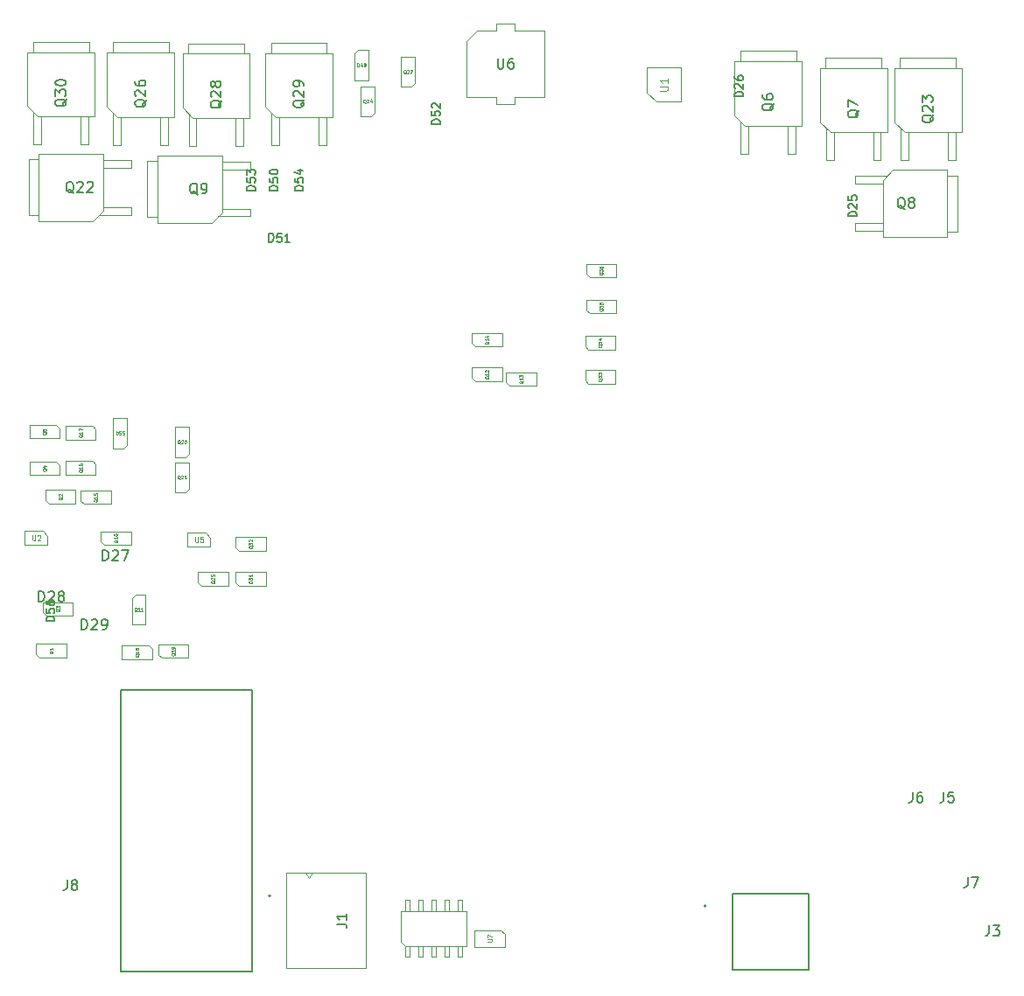
<source format=gbr>
G04 #@! TF.GenerationSoftware,KiCad,Pcbnew,(6.0.1)*
G04 #@! TF.CreationDate,2022-09-05T21:28:13+03:00*
G04 #@! TF.ProjectId,alphax_4ch,616c7068-6178-45f3-9463-682e6b696361,a*
G04 #@! TF.SameCoordinates,PX141f5e0PYa2cace0*
G04 #@! TF.FileFunction,AssemblyDrawing,Top*
%FSLAX46Y46*%
G04 Gerber Fmt 4.6, Leading zero omitted, Abs format (unit mm)*
G04 Created by KiCad (PCBNEW (6.0.1)) date 2022-09-05 21:28:13*
%MOMM*%
%LPD*%
G01*
G04 APERTURE LIST*
%ADD10C,0.170000*%
%ADD11C,0.150000*%
%ADD12C,0.050000*%
%ADD13C,0.075000*%
%ADD14C,0.110000*%
%ADD15C,0.060000*%
%ADD16C,0.100000*%
%ADD17C,0.127000*%
%ADD18C,0.200000*%
G04 APERTURE END LIST*
D10*
G04 #@! TO.C,D53*
X22970952Y75909286D02*
X22150952Y75909286D01*
X22150952Y76104524D01*
X22190000Y76221667D01*
X22268095Y76299762D01*
X22346190Y76338810D01*
X22502380Y76377858D01*
X22619523Y76377858D01*
X22775714Y76338810D01*
X22853809Y76299762D01*
X22931904Y76221667D01*
X22970952Y76104524D01*
X22970952Y75909286D01*
X22150952Y77119762D02*
X22150952Y76729286D01*
X22541428Y76690239D01*
X22502380Y76729286D01*
X22463333Y76807381D01*
X22463333Y77002620D01*
X22502380Y77080715D01*
X22541428Y77119762D01*
X22619523Y77158810D01*
X22814761Y77158810D01*
X22892857Y77119762D01*
X22931904Y77080715D01*
X22970952Y77002620D01*
X22970952Y76807381D01*
X22931904Y76729286D01*
X22892857Y76690239D01*
X22150952Y77432143D02*
X22150952Y77939762D01*
X22463333Y77666429D01*
X22463333Y77783572D01*
X22502380Y77861667D01*
X22541428Y77900715D01*
X22619523Y77939762D01*
X22814761Y77939762D01*
X22892857Y77900715D01*
X22931904Y77861667D01*
X22970952Y77783572D01*
X22970952Y77549286D01*
X22931904Y77471191D01*
X22892857Y77432143D01*
D11*
G04 #@! TO.C,J8*
X4769666Y9166620D02*
X4769666Y8452334D01*
X4722047Y8309477D01*
X4626809Y8214239D01*
X4483952Y8166620D01*
X4388714Y8166620D01*
X5388714Y8738048D02*
X5293476Y8785667D01*
X5245857Y8833286D01*
X5198238Y8928524D01*
X5198238Y8976143D01*
X5245857Y9071381D01*
X5293476Y9119000D01*
X5388714Y9166620D01*
X5579190Y9166620D01*
X5674428Y9119000D01*
X5722047Y9071381D01*
X5769666Y8976143D01*
X5769666Y8928524D01*
X5722047Y8833286D01*
X5674428Y8785667D01*
X5579190Y8738048D01*
X5388714Y8738048D01*
X5293476Y8690429D01*
X5245857Y8642810D01*
X5198238Y8547572D01*
X5198238Y8357096D01*
X5245857Y8261858D01*
X5293476Y8214239D01*
X5388714Y8166620D01*
X5579190Y8166620D01*
X5674428Y8214239D01*
X5722047Y8261858D01*
X5769666Y8357096D01*
X5769666Y8547572D01*
X5722047Y8642810D01*
X5674428Y8690429D01*
X5579190Y8738048D01*
G04 #@! TO.C,J5*
X89566666Y17657620D02*
X89566666Y16943334D01*
X89519047Y16800477D01*
X89423809Y16705239D01*
X89280952Y16657620D01*
X89185714Y16657620D01*
X90519047Y17657620D02*
X90042857Y17657620D01*
X89995238Y17181429D01*
X90042857Y17229048D01*
X90138095Y17276667D01*
X90376190Y17276667D01*
X90471428Y17229048D01*
X90519047Y17181429D01*
X90566666Y17086191D01*
X90566666Y16848096D01*
X90519047Y16752858D01*
X90471428Y16705239D01*
X90376190Y16657620D01*
X90138095Y16657620D01*
X90042857Y16705239D01*
X89995238Y16752858D01*
D12*
G04 #@! TO.C,D49*
X32861428Y87905239D02*
X32861428Y88225239D01*
X32937619Y88225239D01*
X32983333Y88210000D01*
X33013809Y88179524D01*
X33029047Y88149048D01*
X33044285Y88088096D01*
X33044285Y88042381D01*
X33029047Y87981429D01*
X33013809Y87950953D01*
X32983333Y87920477D01*
X32937619Y87905239D01*
X32861428Y87905239D01*
X33318571Y88118572D02*
X33318571Y87905239D01*
X33242380Y88240477D02*
X33166190Y88011905D01*
X33364285Y88011905D01*
X33501428Y87905239D02*
X33562380Y87905239D01*
X33592857Y87920477D01*
X33608095Y87935715D01*
X33638571Y87981429D01*
X33653809Y88042381D01*
X33653809Y88164286D01*
X33638571Y88194762D01*
X33623333Y88210000D01*
X33592857Y88225239D01*
X33531904Y88225239D01*
X33501428Y88210000D01*
X33486190Y88194762D01*
X33470952Y88164286D01*
X33470952Y88088096D01*
X33486190Y88057620D01*
X33501428Y88042381D01*
X33531904Y88027143D01*
X33592857Y88027143D01*
X33623333Y88042381D01*
X33638571Y88057620D01*
X33653809Y88088096D01*
G04 #@! TO.C,Q13*
X48885238Y57467143D02*
X48870000Y57436667D01*
X48839523Y57406191D01*
X48793809Y57360477D01*
X48778571Y57330000D01*
X48778571Y57299524D01*
X48854761Y57314762D02*
X48839523Y57284286D01*
X48809047Y57253810D01*
X48748095Y57238572D01*
X48641428Y57238572D01*
X48580476Y57253810D01*
X48550000Y57284286D01*
X48534761Y57314762D01*
X48534761Y57375715D01*
X48550000Y57406191D01*
X48580476Y57436667D01*
X48641428Y57451905D01*
X48748095Y57451905D01*
X48809047Y57436667D01*
X48839523Y57406191D01*
X48854761Y57375715D01*
X48854761Y57314762D01*
X48854761Y57756667D02*
X48854761Y57573810D01*
X48854761Y57665239D02*
X48534761Y57665239D01*
X48580476Y57634762D01*
X48610952Y57604286D01*
X48626190Y57573810D01*
X48534761Y57863334D02*
X48534761Y58061429D01*
X48656666Y57954762D01*
X48656666Y58000477D01*
X48671904Y58030953D01*
X48687142Y58046191D01*
X48717619Y58061429D01*
X48793809Y58061429D01*
X48824285Y58046191D01*
X48839523Y58030953D01*
X48854761Y58000477D01*
X48854761Y57909048D01*
X48839523Y57878572D01*
X48824285Y57863334D01*
D11*
G04 #@! TO.C,Q29*
X27747619Y84678572D02*
X27700000Y84583334D01*
X27604761Y84488096D01*
X27461904Y84345239D01*
X27414285Y84250000D01*
X27414285Y84154762D01*
X27652380Y84202381D02*
X27604761Y84107143D01*
X27509523Y84011905D01*
X27319047Y83964286D01*
X26985714Y83964286D01*
X26795238Y84011905D01*
X26700000Y84107143D01*
X26652380Y84202381D01*
X26652380Y84392858D01*
X26700000Y84488096D01*
X26795238Y84583334D01*
X26985714Y84630953D01*
X27319047Y84630953D01*
X27509523Y84583334D01*
X27604761Y84488096D01*
X27652380Y84392858D01*
X27652380Y84202381D01*
X26747619Y85011905D02*
X26700000Y85059524D01*
X26652380Y85154762D01*
X26652380Y85392858D01*
X26700000Y85488096D01*
X26747619Y85535715D01*
X26842857Y85583334D01*
X26938095Y85583334D01*
X27080952Y85535715D01*
X27652380Y84964286D01*
X27652380Y85583334D01*
X27652380Y86059524D02*
X27652380Y86250000D01*
X27604761Y86345239D01*
X27557142Y86392858D01*
X27414285Y86488096D01*
X27223809Y86535715D01*
X26842857Y86535715D01*
X26747619Y86488096D01*
X26700000Y86440477D01*
X26652380Y86345239D01*
X26652380Y86154762D01*
X26700000Y86059524D01*
X26747619Y86011905D01*
X26842857Y85964286D01*
X27080952Y85964286D01*
X27176190Y86011905D01*
X27223809Y86059524D01*
X27271428Y86154762D01*
X27271428Y86345239D01*
X27223809Y86440477D01*
X27176190Y86488096D01*
X27080952Y86535715D01*
D12*
G04 #@! TO.C,Q1*
X3425238Y31319534D02*
X3410000Y31289058D01*
X3379523Y31258582D01*
X3333809Y31212868D01*
X3318571Y31182391D01*
X3318571Y31151915D01*
X3394761Y31167153D02*
X3379523Y31136677D01*
X3349047Y31106201D01*
X3288095Y31090963D01*
X3181428Y31090963D01*
X3120476Y31106201D01*
X3090000Y31136677D01*
X3074761Y31167153D01*
X3074761Y31228106D01*
X3090000Y31258582D01*
X3120476Y31289058D01*
X3181428Y31304296D01*
X3288095Y31304296D01*
X3349047Y31289058D01*
X3379523Y31258582D01*
X3394761Y31228106D01*
X3394761Y31167153D01*
X3394761Y31609058D02*
X3394761Y31426201D01*
X3394761Y31517630D02*
X3074761Y31517630D01*
X3120476Y31487153D01*
X3150952Y31456677D01*
X3166190Y31426201D01*
D13*
G04 #@! TO.C,U5*
X17169047Y42373810D02*
X17169047Y41969048D01*
X17192857Y41921429D01*
X17216666Y41897620D01*
X17264285Y41873810D01*
X17359523Y41873810D01*
X17407142Y41897620D01*
X17430952Y41921429D01*
X17454761Y41969048D01*
X17454761Y42373810D01*
X17930952Y42373810D02*
X17692857Y42373810D01*
X17669047Y42135715D01*
X17692857Y42159524D01*
X17740476Y42183334D01*
X17859523Y42183334D01*
X17907142Y42159524D01*
X17930952Y42135715D01*
X17954761Y42088096D01*
X17954761Y41969048D01*
X17930952Y41921429D01*
X17907142Y41897620D01*
X17859523Y41873810D01*
X17740476Y41873810D01*
X17692857Y41897620D01*
X17669047Y41921429D01*
D11*
G04 #@! TO.C,D28*
X2035714Y36097630D02*
X2035714Y37097630D01*
X2273809Y37097630D01*
X2416666Y37050010D01*
X2511904Y36954772D01*
X2559523Y36859534D01*
X2607142Y36669058D01*
X2607142Y36526201D01*
X2559523Y36335725D01*
X2511904Y36240487D01*
X2416666Y36145249D01*
X2273809Y36097630D01*
X2035714Y36097630D01*
X2988095Y37002391D02*
X3035714Y37050010D01*
X3130952Y37097630D01*
X3369047Y37097630D01*
X3464285Y37050010D01*
X3511904Y37002391D01*
X3559523Y36907153D01*
X3559523Y36811915D01*
X3511904Y36669058D01*
X2940476Y36097630D01*
X3559523Y36097630D01*
X4130952Y36669058D02*
X4035714Y36716677D01*
X3988095Y36764296D01*
X3940476Y36859534D01*
X3940476Y36907153D01*
X3988095Y37002391D01*
X4035714Y37050010D01*
X4130952Y37097630D01*
X4321428Y37097630D01*
X4416666Y37050010D01*
X4464285Y37002391D01*
X4511904Y36907153D01*
X4511904Y36859534D01*
X4464285Y36764296D01*
X4416666Y36716677D01*
X4321428Y36669058D01*
X4130952Y36669058D01*
X4035714Y36621439D01*
X3988095Y36573820D01*
X3940476Y36478582D01*
X3940476Y36288106D01*
X3988095Y36192868D01*
X4035714Y36145249D01*
X4130952Y36097630D01*
X4321428Y36097630D01*
X4416666Y36145249D01*
X4464285Y36192868D01*
X4511904Y36288106D01*
X4511904Y36478582D01*
X4464285Y36573820D01*
X4416666Y36621439D01*
X4321428Y36669058D01*
D12*
G04 #@! TO.C,Q35*
X56625238Y64467143D02*
X56610000Y64436667D01*
X56579523Y64406191D01*
X56533809Y64360477D01*
X56518571Y64330000D01*
X56518571Y64299524D01*
X56594761Y64314762D02*
X56579523Y64284286D01*
X56549047Y64253810D01*
X56488095Y64238572D01*
X56381428Y64238572D01*
X56320476Y64253810D01*
X56290000Y64284286D01*
X56274761Y64314762D01*
X56274761Y64375715D01*
X56290000Y64406191D01*
X56320476Y64436667D01*
X56381428Y64451905D01*
X56488095Y64451905D01*
X56549047Y64436667D01*
X56579523Y64406191D01*
X56594761Y64375715D01*
X56594761Y64314762D01*
X56274761Y64558572D02*
X56274761Y64756667D01*
X56396666Y64650000D01*
X56396666Y64695715D01*
X56411904Y64726191D01*
X56427142Y64741429D01*
X56457619Y64756667D01*
X56533809Y64756667D01*
X56564285Y64741429D01*
X56579523Y64726191D01*
X56594761Y64695715D01*
X56594761Y64604286D01*
X56579523Y64573810D01*
X56564285Y64558572D01*
X56274761Y65046191D02*
X56274761Y64893810D01*
X56427142Y64878572D01*
X56411904Y64893810D01*
X56396666Y64924286D01*
X56396666Y65000477D01*
X56411904Y65030953D01*
X56427142Y65046191D01*
X56457619Y65061429D01*
X56533809Y65061429D01*
X56564285Y65046191D01*
X56579523Y65030953D01*
X56594761Y65000477D01*
X56594761Y64924286D01*
X56579523Y64893810D01*
X56564285Y64878572D01*
D11*
G04 #@! TO.C,J1*
X30852380Y4866667D02*
X31566666Y4866667D01*
X31709523Y4819048D01*
X31804761Y4723810D01*
X31852380Y4580953D01*
X31852380Y4485715D01*
X31852380Y5866667D02*
X31852380Y5295239D01*
X31852380Y5580953D02*
X30852380Y5580953D01*
X30995238Y5485715D01*
X31090476Y5390477D01*
X31138095Y5295239D01*
G04 #@! TO.C,Q8*
X85854761Y74102381D02*
X85759523Y74150000D01*
X85664285Y74245239D01*
X85521428Y74388096D01*
X85426190Y74435715D01*
X85330952Y74435715D01*
X85378571Y74197620D02*
X85283333Y74245239D01*
X85188095Y74340477D01*
X85140476Y74530953D01*
X85140476Y74864286D01*
X85188095Y75054762D01*
X85283333Y75150000D01*
X85378571Y75197620D01*
X85569047Y75197620D01*
X85664285Y75150000D01*
X85759523Y75054762D01*
X85807142Y74864286D01*
X85807142Y74530953D01*
X85759523Y74340477D01*
X85664285Y74245239D01*
X85569047Y74197620D01*
X85378571Y74197620D01*
X86378571Y74769048D02*
X86283333Y74816667D01*
X86235714Y74864286D01*
X86188095Y74959524D01*
X86188095Y75007143D01*
X86235714Y75102381D01*
X86283333Y75150000D01*
X86378571Y75197620D01*
X86569047Y75197620D01*
X86664285Y75150000D01*
X86711904Y75102381D01*
X86759523Y75007143D01*
X86759523Y74959524D01*
X86711904Y74864286D01*
X86664285Y74816667D01*
X86569047Y74769048D01*
X86378571Y74769048D01*
X86283333Y74721429D01*
X86235714Y74673810D01*
X86188095Y74578572D01*
X86188095Y74388096D01*
X86235714Y74292858D01*
X86283333Y74245239D01*
X86378571Y74197620D01*
X86569047Y74197620D01*
X86664285Y74245239D01*
X86711904Y74292858D01*
X86759523Y74388096D01*
X86759523Y74578572D01*
X86711904Y74673810D01*
X86664285Y74721429D01*
X86569047Y74769048D01*
D12*
G04 #@! TO.C,Q4*
X2775238Y48969534D02*
X2760000Y48939058D01*
X2729523Y48908582D01*
X2683809Y48862868D01*
X2668571Y48832391D01*
X2668571Y48801915D01*
X2744761Y48817153D02*
X2729523Y48786677D01*
X2699047Y48756201D01*
X2638095Y48740963D01*
X2531428Y48740963D01*
X2470476Y48756201D01*
X2440000Y48786677D01*
X2424761Y48817153D01*
X2424761Y48878106D01*
X2440000Y48908582D01*
X2470476Y48939058D01*
X2531428Y48954296D01*
X2638095Y48954296D01*
X2699047Y48939058D01*
X2729523Y48908582D01*
X2744761Y48878106D01*
X2744761Y48817153D01*
X2531428Y49228582D02*
X2744761Y49228582D01*
X2409523Y49152391D02*
X2638095Y49076201D01*
X2638095Y49274296D01*
G04 #@! TO.C,Q3*
X4075238Y35369524D02*
X4060000Y35339048D01*
X4029523Y35308572D01*
X3983809Y35262858D01*
X3968571Y35232381D01*
X3968571Y35201905D01*
X4044761Y35217143D02*
X4029523Y35186667D01*
X3999047Y35156191D01*
X3938095Y35140953D01*
X3831428Y35140953D01*
X3770476Y35156191D01*
X3740000Y35186667D01*
X3724761Y35217143D01*
X3724761Y35278096D01*
X3740000Y35308572D01*
X3770476Y35339048D01*
X3831428Y35354286D01*
X3938095Y35354286D01*
X3999047Y35339048D01*
X4029523Y35308572D01*
X4044761Y35278096D01*
X4044761Y35217143D01*
X3724761Y35460953D02*
X3724761Y35659048D01*
X3846666Y35552381D01*
X3846666Y35598096D01*
X3861904Y35628572D01*
X3877142Y35643810D01*
X3907619Y35659048D01*
X3983809Y35659048D01*
X4014285Y35643810D01*
X4029523Y35628572D01*
X4044761Y35598096D01*
X4044761Y35506667D01*
X4029523Y35476191D01*
X4014285Y35460953D01*
D11*
G04 #@! TO.C,U6*
X46438095Y88697620D02*
X46438095Y87888096D01*
X46485714Y87792858D01*
X46533333Y87745239D01*
X46628571Y87697620D01*
X46819047Y87697620D01*
X46914285Y87745239D01*
X46961904Y87792858D01*
X47009523Y87888096D01*
X47009523Y88697620D01*
X47914285Y88697620D02*
X47723809Y88697620D01*
X47628571Y88650000D01*
X47580952Y88602381D01*
X47485714Y88459524D01*
X47438095Y88269048D01*
X47438095Y87888096D01*
X47485714Y87792858D01*
X47533333Y87745239D01*
X47628571Y87697620D01*
X47819047Y87697620D01*
X47914285Y87745239D01*
X47961904Y87792858D01*
X48009523Y87888096D01*
X48009523Y88126191D01*
X47961904Y88221429D01*
X47914285Y88269048D01*
X47819047Y88316667D01*
X47628571Y88316667D01*
X47533333Y88269048D01*
X47485714Y88221429D01*
X47438095Y88126191D01*
D12*
G04 #@! TO.C,Q31*
X22725238Y38117143D02*
X22710000Y38086667D01*
X22679523Y38056191D01*
X22633809Y38010477D01*
X22618571Y37980000D01*
X22618571Y37949524D01*
X22694761Y37964762D02*
X22679523Y37934286D01*
X22649047Y37903810D01*
X22588095Y37888572D01*
X22481428Y37888572D01*
X22420476Y37903810D01*
X22390000Y37934286D01*
X22374761Y37964762D01*
X22374761Y38025715D01*
X22390000Y38056191D01*
X22420476Y38086667D01*
X22481428Y38101905D01*
X22588095Y38101905D01*
X22649047Y38086667D01*
X22679523Y38056191D01*
X22694761Y38025715D01*
X22694761Y37964762D01*
X22374761Y38208572D02*
X22374761Y38406667D01*
X22496666Y38300000D01*
X22496666Y38345715D01*
X22511904Y38376191D01*
X22527142Y38391429D01*
X22557619Y38406667D01*
X22633809Y38406667D01*
X22664285Y38391429D01*
X22679523Y38376191D01*
X22694761Y38345715D01*
X22694761Y38254286D01*
X22679523Y38223810D01*
X22664285Y38208572D01*
X22694761Y38711429D02*
X22694761Y38528572D01*
X22694761Y38620000D02*
X22374761Y38620000D01*
X22420476Y38589524D01*
X22450952Y38559048D01*
X22466190Y38528572D01*
D13*
G04 #@! TO.C,U2*
X1419047Y42523820D02*
X1419047Y42119058D01*
X1442857Y42071439D01*
X1466666Y42047630D01*
X1514285Y42023820D01*
X1609523Y42023820D01*
X1657142Y42047630D01*
X1680952Y42071439D01*
X1704761Y42119058D01*
X1704761Y42523820D01*
X1919047Y42476201D02*
X1942857Y42500010D01*
X1990476Y42523820D01*
X2109523Y42523820D01*
X2157142Y42500010D01*
X2180952Y42476201D01*
X2204761Y42428582D01*
X2204761Y42380963D01*
X2180952Y42309534D01*
X1895238Y42023820D01*
X2204761Y42023820D01*
D12*
G04 #@! TO.C,Q15*
X7725238Y46017143D02*
X7710000Y45986667D01*
X7679523Y45956191D01*
X7633809Y45910477D01*
X7618571Y45880000D01*
X7618571Y45849524D01*
X7694761Y45864762D02*
X7679523Y45834286D01*
X7649047Y45803810D01*
X7588095Y45788572D01*
X7481428Y45788572D01*
X7420476Y45803810D01*
X7390000Y45834286D01*
X7374761Y45864762D01*
X7374761Y45925715D01*
X7390000Y45956191D01*
X7420476Y45986667D01*
X7481428Y46001905D01*
X7588095Y46001905D01*
X7649047Y45986667D01*
X7679523Y45956191D01*
X7694761Y45925715D01*
X7694761Y45864762D01*
X7694761Y46306667D02*
X7694761Y46123810D01*
X7694761Y46215239D02*
X7374761Y46215239D01*
X7420476Y46184762D01*
X7450952Y46154286D01*
X7466190Y46123810D01*
X7374761Y46596191D02*
X7374761Y46443810D01*
X7527142Y46428572D01*
X7511904Y46443810D01*
X7496666Y46474286D01*
X7496666Y46550477D01*
X7511904Y46580953D01*
X7527142Y46596191D01*
X7557619Y46611429D01*
X7633809Y46611429D01*
X7664285Y46596191D01*
X7679523Y46580953D01*
X7694761Y46550477D01*
X7694761Y46474286D01*
X7679523Y46443810D01*
X7664285Y46428572D01*
G04 #@! TO.C,Q33*
X56525238Y57667143D02*
X56510000Y57636667D01*
X56479523Y57606191D01*
X56433809Y57560477D01*
X56418571Y57530000D01*
X56418571Y57499524D01*
X56494761Y57514762D02*
X56479523Y57484286D01*
X56449047Y57453810D01*
X56388095Y57438572D01*
X56281428Y57438572D01*
X56220476Y57453810D01*
X56190000Y57484286D01*
X56174761Y57514762D01*
X56174761Y57575715D01*
X56190000Y57606191D01*
X56220476Y57636667D01*
X56281428Y57651905D01*
X56388095Y57651905D01*
X56449047Y57636667D01*
X56479523Y57606191D01*
X56494761Y57575715D01*
X56494761Y57514762D01*
X56174761Y57758572D02*
X56174761Y57956667D01*
X56296666Y57850000D01*
X56296666Y57895715D01*
X56311904Y57926191D01*
X56327142Y57941429D01*
X56357619Y57956667D01*
X56433809Y57956667D01*
X56464285Y57941429D01*
X56479523Y57926191D01*
X56494761Y57895715D01*
X56494761Y57804286D01*
X56479523Y57773810D01*
X56464285Y57758572D01*
X56174761Y58063334D02*
X56174761Y58261429D01*
X56296666Y58154762D01*
X56296666Y58200477D01*
X56311904Y58230953D01*
X56327142Y58246191D01*
X56357619Y58261429D01*
X56433809Y58261429D01*
X56464285Y58246191D01*
X56479523Y58230953D01*
X56494761Y58200477D01*
X56494761Y58109048D01*
X56479523Y58078572D01*
X56464285Y58063334D01*
G04 #@! TO.C,Q19*
X15225238Y31117143D02*
X15210000Y31086667D01*
X15179523Y31056191D01*
X15133809Y31010477D01*
X15118571Y30980000D01*
X15118571Y30949524D01*
X15194761Y30964762D02*
X15179523Y30934286D01*
X15149047Y30903810D01*
X15088095Y30888572D01*
X14981428Y30888572D01*
X14920476Y30903810D01*
X14890000Y30934286D01*
X14874761Y30964762D01*
X14874761Y31025715D01*
X14890000Y31056191D01*
X14920476Y31086667D01*
X14981428Y31101905D01*
X15088095Y31101905D01*
X15149047Y31086667D01*
X15179523Y31056191D01*
X15194761Y31025715D01*
X15194761Y30964762D01*
X15194761Y31406667D02*
X15194761Y31223810D01*
X15194761Y31315239D02*
X14874761Y31315239D01*
X14920476Y31284762D01*
X14950952Y31254286D01*
X14966190Y31223810D01*
X15194761Y31559048D02*
X15194761Y31620000D01*
X15179523Y31650477D01*
X15164285Y31665715D01*
X15118571Y31696191D01*
X15057619Y31711429D01*
X14935714Y31711429D01*
X14905238Y31696191D01*
X14890000Y31680953D01*
X14874761Y31650477D01*
X14874761Y31589524D01*
X14890000Y31559048D01*
X14905238Y31543810D01*
X14935714Y31528572D01*
X15011904Y31528572D01*
X15042380Y31543810D01*
X15057619Y31559048D01*
X15072857Y31589524D01*
X15072857Y31650477D01*
X15057619Y31680953D01*
X15042380Y31696191D01*
X15011904Y31711429D01*
G04 #@! TO.C,Q32*
X22725238Y41517143D02*
X22710000Y41486667D01*
X22679523Y41456191D01*
X22633809Y41410477D01*
X22618571Y41380000D01*
X22618571Y41349524D01*
X22694761Y41364762D02*
X22679523Y41334286D01*
X22649047Y41303810D01*
X22588095Y41288572D01*
X22481428Y41288572D01*
X22420476Y41303810D01*
X22390000Y41334286D01*
X22374761Y41364762D01*
X22374761Y41425715D01*
X22390000Y41456191D01*
X22420476Y41486667D01*
X22481428Y41501905D01*
X22588095Y41501905D01*
X22649047Y41486667D01*
X22679523Y41456191D01*
X22694761Y41425715D01*
X22694761Y41364762D01*
X22374761Y41608572D02*
X22374761Y41806667D01*
X22496666Y41700000D01*
X22496666Y41745715D01*
X22511904Y41776191D01*
X22527142Y41791429D01*
X22557619Y41806667D01*
X22633809Y41806667D01*
X22664285Y41791429D01*
X22679523Y41776191D01*
X22694761Y41745715D01*
X22694761Y41654286D01*
X22679523Y41623810D01*
X22664285Y41608572D01*
X22405238Y41928572D02*
X22390000Y41943810D01*
X22374761Y41974286D01*
X22374761Y42050477D01*
X22390000Y42080953D01*
X22405238Y42096191D01*
X22435714Y42111429D01*
X22466190Y42111429D01*
X22511904Y42096191D01*
X22694761Y41913334D01*
X22694761Y42111429D01*
G04 #@! TO.C,Q18*
X11725238Y31017143D02*
X11710000Y30986667D01*
X11679523Y30956191D01*
X11633809Y30910477D01*
X11618571Y30880000D01*
X11618571Y30849524D01*
X11694761Y30864762D02*
X11679523Y30834286D01*
X11649047Y30803810D01*
X11588095Y30788572D01*
X11481428Y30788572D01*
X11420476Y30803810D01*
X11390000Y30834286D01*
X11374761Y30864762D01*
X11374761Y30925715D01*
X11390000Y30956191D01*
X11420476Y30986667D01*
X11481428Y31001905D01*
X11588095Y31001905D01*
X11649047Y30986667D01*
X11679523Y30956191D01*
X11694761Y30925715D01*
X11694761Y30864762D01*
X11694761Y31306667D02*
X11694761Y31123810D01*
X11694761Y31215239D02*
X11374761Y31215239D01*
X11420476Y31184762D01*
X11450952Y31154286D01*
X11466190Y31123810D01*
X11511904Y31489524D02*
X11496666Y31459048D01*
X11481428Y31443810D01*
X11450952Y31428572D01*
X11435714Y31428572D01*
X11405238Y31443810D01*
X11390000Y31459048D01*
X11374761Y31489524D01*
X11374761Y31550477D01*
X11390000Y31580953D01*
X11405238Y31596191D01*
X11435714Y31611429D01*
X11450952Y31611429D01*
X11481428Y31596191D01*
X11496666Y31580953D01*
X11511904Y31550477D01*
X11511904Y31489524D01*
X11527142Y31459048D01*
X11542380Y31443810D01*
X11572857Y31428572D01*
X11633809Y31428572D01*
X11664285Y31443810D01*
X11679523Y31459048D01*
X11694761Y31489524D01*
X11694761Y31550477D01*
X11679523Y31580953D01*
X11664285Y31596191D01*
X11633809Y31611429D01*
X11572857Y31611429D01*
X11542380Y31596191D01*
X11527142Y31580953D01*
X11511904Y31550477D01*
D10*
G04 #@! TO.C,D26*
X70170952Y85009286D02*
X69350952Y85009286D01*
X69350952Y85204524D01*
X69390000Y85321667D01*
X69468095Y85399762D01*
X69546190Y85438810D01*
X69702380Y85477858D01*
X69819523Y85477858D01*
X69975714Y85438810D01*
X70053809Y85399762D01*
X70131904Y85321667D01*
X70170952Y85204524D01*
X70170952Y85009286D01*
X69429047Y85790239D02*
X69390000Y85829286D01*
X69350952Y85907381D01*
X69350952Y86102620D01*
X69390000Y86180715D01*
X69429047Y86219762D01*
X69507142Y86258810D01*
X69585238Y86258810D01*
X69702380Y86219762D01*
X70170952Y85751191D01*
X70170952Y86258810D01*
X69350952Y86961667D02*
X69350952Y86805477D01*
X69390000Y86727381D01*
X69429047Y86688334D01*
X69546190Y86610239D01*
X69702380Y86571191D01*
X70014761Y86571191D01*
X70092857Y86610239D01*
X70131904Y86649286D01*
X70170952Y86727381D01*
X70170952Y86883572D01*
X70131904Y86961667D01*
X70092857Y87000715D01*
X70014761Y87039762D01*
X69819523Y87039762D01*
X69741428Y87000715D01*
X69702380Y86961667D01*
X69663333Y86883572D01*
X69663333Y86727381D01*
X69702380Y86649286D01*
X69741428Y86610239D01*
X69819523Y86571191D01*
D11*
G04 #@! TO.C,Q30*
X4747619Y84778572D02*
X4700000Y84683334D01*
X4604761Y84588096D01*
X4461904Y84445239D01*
X4414285Y84350000D01*
X4414285Y84254762D01*
X4652380Y84302381D02*
X4604761Y84207143D01*
X4509523Y84111905D01*
X4319047Y84064286D01*
X3985714Y84064286D01*
X3795238Y84111905D01*
X3700000Y84207143D01*
X3652380Y84302381D01*
X3652380Y84492858D01*
X3700000Y84588096D01*
X3795238Y84683334D01*
X3985714Y84730953D01*
X4319047Y84730953D01*
X4509523Y84683334D01*
X4604761Y84588096D01*
X4652380Y84492858D01*
X4652380Y84302381D01*
X3652380Y85064286D02*
X3652380Y85683334D01*
X4033333Y85350000D01*
X4033333Y85492858D01*
X4080952Y85588096D01*
X4128571Y85635715D01*
X4223809Y85683334D01*
X4461904Y85683334D01*
X4557142Y85635715D01*
X4604761Y85588096D01*
X4652380Y85492858D01*
X4652380Y85207143D01*
X4604761Y85111905D01*
X4557142Y85064286D01*
X3652380Y86302381D02*
X3652380Y86397620D01*
X3700000Y86492858D01*
X3747619Y86540477D01*
X3842857Y86588096D01*
X4033333Y86635715D01*
X4271428Y86635715D01*
X4461904Y86588096D01*
X4557142Y86540477D01*
X4604761Y86492858D01*
X4652380Y86397620D01*
X4652380Y86302381D01*
X4604761Y86207143D01*
X4557142Y86159524D01*
X4461904Y86111905D01*
X4271428Y86064286D01*
X4033333Y86064286D01*
X3842857Y86111905D01*
X3747619Y86159524D01*
X3700000Y86207143D01*
X3652380Y86302381D01*
G04 #@! TO.C,J6*
X86556666Y17657620D02*
X86556666Y16943334D01*
X86509047Y16800477D01*
X86413809Y16705239D01*
X86270952Y16657620D01*
X86175714Y16657620D01*
X87461428Y17657620D02*
X87270952Y17657620D01*
X87175714Y17610000D01*
X87128095Y17562381D01*
X87032857Y17419524D01*
X86985238Y17229048D01*
X86985238Y16848096D01*
X87032857Y16752858D01*
X87080476Y16705239D01*
X87175714Y16657620D01*
X87366190Y16657620D01*
X87461428Y16705239D01*
X87509047Y16752858D01*
X87556666Y16848096D01*
X87556666Y17086191D01*
X87509047Y17181429D01*
X87461428Y17229048D01*
X87366190Y17276667D01*
X87175714Y17276667D01*
X87080476Y17229048D01*
X87032857Y17181429D01*
X86985238Y17086191D01*
D12*
G04 #@! TO.C,Q14*
X45575238Y61267143D02*
X45560000Y61236667D01*
X45529523Y61206191D01*
X45483809Y61160477D01*
X45468571Y61130000D01*
X45468571Y61099524D01*
X45544761Y61114762D02*
X45529523Y61084286D01*
X45499047Y61053810D01*
X45438095Y61038572D01*
X45331428Y61038572D01*
X45270476Y61053810D01*
X45240000Y61084286D01*
X45224761Y61114762D01*
X45224761Y61175715D01*
X45240000Y61206191D01*
X45270476Y61236667D01*
X45331428Y61251905D01*
X45438095Y61251905D01*
X45499047Y61236667D01*
X45529523Y61206191D01*
X45544761Y61175715D01*
X45544761Y61114762D01*
X45544761Y61556667D02*
X45544761Y61373810D01*
X45544761Y61465239D02*
X45224761Y61465239D01*
X45270476Y61434762D01*
X45300952Y61404286D01*
X45316190Y61373810D01*
X45331428Y61830953D02*
X45544761Y61830953D01*
X45209523Y61754762D02*
X45438095Y61678572D01*
X45438095Y61876667D01*
G04 #@! TO.C,Q27*
X37567142Y87224762D02*
X37536666Y87240000D01*
X37506190Y87270477D01*
X37460476Y87316191D01*
X37430000Y87331429D01*
X37399523Y87331429D01*
X37414761Y87255239D02*
X37384285Y87270477D01*
X37353809Y87300953D01*
X37338571Y87361905D01*
X37338571Y87468572D01*
X37353809Y87529524D01*
X37384285Y87560000D01*
X37414761Y87575239D01*
X37475714Y87575239D01*
X37506190Y87560000D01*
X37536666Y87529524D01*
X37551904Y87468572D01*
X37551904Y87361905D01*
X37536666Y87300953D01*
X37506190Y87270477D01*
X37475714Y87255239D01*
X37414761Y87255239D01*
X37673809Y87544762D02*
X37689047Y87560000D01*
X37719523Y87575239D01*
X37795714Y87575239D01*
X37826190Y87560000D01*
X37841428Y87544762D01*
X37856666Y87514286D01*
X37856666Y87483810D01*
X37841428Y87438096D01*
X37658571Y87255239D01*
X37856666Y87255239D01*
X37963333Y87575239D02*
X38176666Y87575239D01*
X38039523Y87255239D01*
D11*
G04 #@! TO.C,D29*
X6185714Y33397620D02*
X6185714Y34397620D01*
X6423809Y34397620D01*
X6566666Y34350000D01*
X6661904Y34254762D01*
X6709523Y34159524D01*
X6757142Y33969048D01*
X6757142Y33826191D01*
X6709523Y33635715D01*
X6661904Y33540477D01*
X6566666Y33445239D01*
X6423809Y33397620D01*
X6185714Y33397620D01*
X7138095Y34302381D02*
X7185714Y34350000D01*
X7280952Y34397620D01*
X7519047Y34397620D01*
X7614285Y34350000D01*
X7661904Y34302381D01*
X7709523Y34207143D01*
X7709523Y34111905D01*
X7661904Y33969048D01*
X7090476Y33397620D01*
X7709523Y33397620D01*
X8185714Y33397620D02*
X8376190Y33397620D01*
X8471428Y33445239D01*
X8519047Y33492858D01*
X8614285Y33635715D01*
X8661904Y33826191D01*
X8661904Y34207143D01*
X8614285Y34302381D01*
X8566666Y34350000D01*
X8471428Y34397620D01*
X8280952Y34397620D01*
X8185714Y34350000D01*
X8138095Y34302381D01*
X8090476Y34207143D01*
X8090476Y33969048D01*
X8138095Y33873810D01*
X8185714Y33826191D01*
X8280952Y33778572D01*
X8471428Y33778572D01*
X8566666Y33826191D01*
X8614285Y33873810D01*
X8661904Y33969048D01*
D12*
G04 #@! TO.C,Q34*
X56525238Y60979643D02*
X56510000Y60949167D01*
X56479523Y60918691D01*
X56433809Y60872977D01*
X56418571Y60842500D01*
X56418571Y60812024D01*
X56494761Y60827262D02*
X56479523Y60796786D01*
X56449047Y60766310D01*
X56388095Y60751072D01*
X56281428Y60751072D01*
X56220476Y60766310D01*
X56190000Y60796786D01*
X56174761Y60827262D01*
X56174761Y60888215D01*
X56190000Y60918691D01*
X56220476Y60949167D01*
X56281428Y60964405D01*
X56388095Y60964405D01*
X56449047Y60949167D01*
X56479523Y60918691D01*
X56494761Y60888215D01*
X56494761Y60827262D01*
X56174761Y61071072D02*
X56174761Y61269167D01*
X56296666Y61162500D01*
X56296666Y61208215D01*
X56311904Y61238691D01*
X56327142Y61253929D01*
X56357619Y61269167D01*
X56433809Y61269167D01*
X56464285Y61253929D01*
X56479523Y61238691D01*
X56494761Y61208215D01*
X56494761Y61116786D01*
X56479523Y61086310D01*
X56464285Y61071072D01*
X56281428Y61543453D02*
X56494761Y61543453D01*
X56159523Y61467262D02*
X56388095Y61391072D01*
X56388095Y61589167D01*
D10*
G04 #@! TO.C,D50*
X25170952Y75904286D02*
X24350952Y75904286D01*
X24350952Y76099524D01*
X24390000Y76216667D01*
X24468095Y76294762D01*
X24546190Y76333810D01*
X24702380Y76372858D01*
X24819523Y76372858D01*
X24975714Y76333810D01*
X25053809Y76294762D01*
X25131904Y76216667D01*
X25170952Y76099524D01*
X25170952Y75904286D01*
X24350952Y77114762D02*
X24350952Y76724286D01*
X24741428Y76685239D01*
X24702380Y76724286D01*
X24663333Y76802381D01*
X24663333Y76997620D01*
X24702380Y77075715D01*
X24741428Y77114762D01*
X24819523Y77153810D01*
X25014761Y77153810D01*
X25092857Y77114762D01*
X25131904Y77075715D01*
X25170952Y76997620D01*
X25170952Y76802381D01*
X25131904Y76724286D01*
X25092857Y76685239D01*
X24350952Y77661429D02*
X24350952Y77739524D01*
X24390000Y77817620D01*
X24429047Y77856667D01*
X24507142Y77895715D01*
X24663333Y77934762D01*
X24858571Y77934762D01*
X25014761Y77895715D01*
X25092857Y77856667D01*
X25131904Y77817620D01*
X25170952Y77739524D01*
X25170952Y77661429D01*
X25131904Y77583334D01*
X25092857Y77544286D01*
X25014761Y77505239D01*
X24858571Y77466191D01*
X24663333Y77466191D01*
X24507142Y77505239D01*
X24429047Y77544286D01*
X24390000Y77583334D01*
X24350952Y77661429D01*
G04 #@! TO.C,D56*
X3570952Y34204286D02*
X2750952Y34204286D01*
X2750952Y34399524D01*
X2790000Y34516667D01*
X2868095Y34594762D01*
X2946190Y34633810D01*
X3102380Y34672858D01*
X3219523Y34672858D01*
X3375714Y34633810D01*
X3453809Y34594762D01*
X3531904Y34516667D01*
X3570952Y34399524D01*
X3570952Y34204286D01*
X2750952Y35414762D02*
X2750952Y35024286D01*
X3141428Y34985239D01*
X3102380Y35024286D01*
X3063333Y35102381D01*
X3063333Y35297620D01*
X3102380Y35375715D01*
X3141428Y35414762D01*
X3219523Y35453810D01*
X3414761Y35453810D01*
X3492857Y35414762D01*
X3531904Y35375715D01*
X3570952Y35297620D01*
X3570952Y35102381D01*
X3531904Y35024286D01*
X3492857Y34985239D01*
X2750952Y36156667D02*
X2750952Y36000477D01*
X2790000Y35922381D01*
X2829047Y35883334D01*
X2946190Y35805239D01*
X3102380Y35766191D01*
X3414761Y35766191D01*
X3492857Y35805239D01*
X3531904Y35844286D01*
X3570952Y35922381D01*
X3570952Y36078572D01*
X3531904Y36156667D01*
X3492857Y36195715D01*
X3414761Y36234762D01*
X3219523Y36234762D01*
X3141428Y36195715D01*
X3102380Y36156667D01*
X3063333Y36078572D01*
X3063333Y35922381D01*
X3102380Y35844286D01*
X3141428Y35805239D01*
X3219523Y35766191D01*
D14*
G04 #@! TO.C,U1*
X62139285Y85568572D02*
X62746428Y85568572D01*
X62817857Y85604286D01*
X62853571Y85640000D01*
X62889285Y85711429D01*
X62889285Y85854286D01*
X62853571Y85925715D01*
X62817857Y85961429D01*
X62746428Y85997143D01*
X62139285Y85997143D01*
X62889285Y86747143D02*
X62889285Y86318572D01*
X62889285Y86532858D02*
X62139285Y86532858D01*
X62246428Y86461429D01*
X62317857Y86390000D01*
X62353571Y86318572D01*
D12*
G04 #@! TO.C,Q17*
X6275238Y52267153D02*
X6260000Y52236677D01*
X6229523Y52206201D01*
X6183809Y52160487D01*
X6168571Y52130010D01*
X6168571Y52099534D01*
X6244761Y52114772D02*
X6229523Y52084296D01*
X6199047Y52053820D01*
X6138095Y52038582D01*
X6031428Y52038582D01*
X5970476Y52053820D01*
X5940000Y52084296D01*
X5924761Y52114772D01*
X5924761Y52175725D01*
X5940000Y52206201D01*
X5970476Y52236677D01*
X6031428Y52251915D01*
X6138095Y52251915D01*
X6199047Y52236677D01*
X6229523Y52206201D01*
X6244761Y52175725D01*
X6244761Y52114772D01*
X6244761Y52556677D02*
X6244761Y52373820D01*
X6244761Y52465249D02*
X5924761Y52465249D01*
X5970476Y52434772D01*
X6000952Y52404296D01*
X6016190Y52373820D01*
X5924761Y52663344D02*
X5924761Y52876677D01*
X6244761Y52739534D01*
G04 #@! TO.C,Q20*
X15717142Y51374772D02*
X15686666Y51390010D01*
X15656190Y51420487D01*
X15610476Y51466201D01*
X15580000Y51481439D01*
X15549523Y51481439D01*
X15564761Y51405249D02*
X15534285Y51420487D01*
X15503809Y51450963D01*
X15488571Y51511915D01*
X15488571Y51618582D01*
X15503809Y51679534D01*
X15534285Y51710010D01*
X15564761Y51725249D01*
X15625714Y51725249D01*
X15656190Y51710010D01*
X15686666Y51679534D01*
X15701904Y51618582D01*
X15701904Y51511915D01*
X15686666Y51450963D01*
X15656190Y51420487D01*
X15625714Y51405249D01*
X15564761Y51405249D01*
X15823809Y51694772D02*
X15839047Y51710010D01*
X15869523Y51725249D01*
X15945714Y51725249D01*
X15976190Y51710010D01*
X15991428Y51694772D01*
X16006666Y51664296D01*
X16006666Y51633820D01*
X15991428Y51588106D01*
X15808571Y51405249D01*
X16006666Y51405249D01*
X16204761Y51725249D02*
X16235238Y51725249D01*
X16265714Y51710010D01*
X16280952Y51694772D01*
X16296190Y51664296D01*
X16311428Y51603344D01*
X16311428Y51527153D01*
X16296190Y51466201D01*
X16280952Y51435725D01*
X16265714Y51420487D01*
X16235238Y51405249D01*
X16204761Y51405249D01*
X16174285Y51420487D01*
X16159047Y51435725D01*
X16143809Y51466201D01*
X16128571Y51527153D01*
X16128571Y51603344D01*
X16143809Y51664296D01*
X16159047Y51694772D01*
X16174285Y51710010D01*
X16204761Y51725249D01*
D11*
G04 #@! TO.C,Q26*
X12447619Y84728572D02*
X12400000Y84633334D01*
X12304761Y84538096D01*
X12161904Y84395239D01*
X12114285Y84300000D01*
X12114285Y84204762D01*
X12352380Y84252381D02*
X12304761Y84157143D01*
X12209523Y84061905D01*
X12019047Y84014286D01*
X11685714Y84014286D01*
X11495238Y84061905D01*
X11400000Y84157143D01*
X11352380Y84252381D01*
X11352380Y84442858D01*
X11400000Y84538096D01*
X11495238Y84633334D01*
X11685714Y84680953D01*
X12019047Y84680953D01*
X12209523Y84633334D01*
X12304761Y84538096D01*
X12352380Y84442858D01*
X12352380Y84252381D01*
X11447619Y85061905D02*
X11400000Y85109524D01*
X11352380Y85204762D01*
X11352380Y85442858D01*
X11400000Y85538096D01*
X11447619Y85585715D01*
X11542857Y85633334D01*
X11638095Y85633334D01*
X11780952Y85585715D01*
X12352380Y85014286D01*
X12352380Y85633334D01*
X11352380Y86490477D02*
X11352380Y86300000D01*
X11400000Y86204762D01*
X11447619Y86157143D01*
X11590476Y86061905D01*
X11780952Y86014286D01*
X12161904Y86014286D01*
X12257142Y86061905D01*
X12304761Y86109524D01*
X12352380Y86204762D01*
X12352380Y86395239D01*
X12304761Y86490477D01*
X12257142Y86538096D01*
X12161904Y86585715D01*
X11923809Y86585715D01*
X11828571Y86538096D01*
X11780952Y86490477D01*
X11733333Y86395239D01*
X11733333Y86204762D01*
X11780952Y86109524D01*
X11828571Y86061905D01*
X11923809Y86014286D01*
D12*
G04 #@! TO.C,Q5*
X2775238Y52519534D02*
X2760000Y52489058D01*
X2729523Y52458582D01*
X2683809Y52412868D01*
X2668571Y52382391D01*
X2668571Y52351915D01*
X2744761Y52367153D02*
X2729523Y52336677D01*
X2699047Y52306201D01*
X2638095Y52290963D01*
X2531428Y52290963D01*
X2470476Y52306201D01*
X2440000Y52336677D01*
X2424761Y52367153D01*
X2424761Y52428106D01*
X2440000Y52458582D01*
X2470476Y52489058D01*
X2531428Y52504296D01*
X2638095Y52504296D01*
X2699047Y52489058D01*
X2729523Y52458582D01*
X2744761Y52428106D01*
X2744761Y52367153D01*
X2424761Y52793820D02*
X2424761Y52641439D01*
X2577142Y52626201D01*
X2561904Y52641439D01*
X2546666Y52671915D01*
X2546666Y52748106D01*
X2561904Y52778582D01*
X2577142Y52793820D01*
X2607619Y52809058D01*
X2683809Y52809058D01*
X2714285Y52793820D01*
X2729523Y52778582D01*
X2744761Y52748106D01*
X2744761Y52671915D01*
X2729523Y52641439D01*
X2714285Y52626201D01*
G04 #@! TO.C,Q12*
X45575238Y57917143D02*
X45560000Y57886667D01*
X45529523Y57856191D01*
X45483809Y57810477D01*
X45468571Y57780000D01*
X45468571Y57749524D01*
X45544761Y57764762D02*
X45529523Y57734286D01*
X45499047Y57703810D01*
X45438095Y57688572D01*
X45331428Y57688572D01*
X45270476Y57703810D01*
X45240000Y57734286D01*
X45224761Y57764762D01*
X45224761Y57825715D01*
X45240000Y57856191D01*
X45270476Y57886667D01*
X45331428Y57901905D01*
X45438095Y57901905D01*
X45499047Y57886667D01*
X45529523Y57856191D01*
X45544761Y57825715D01*
X45544761Y57764762D01*
X45544761Y58206667D02*
X45544761Y58023810D01*
X45544761Y58115239D02*
X45224761Y58115239D01*
X45270476Y58084762D01*
X45300952Y58054286D01*
X45316190Y58023810D01*
X45255238Y58328572D02*
X45240000Y58343810D01*
X45224761Y58374286D01*
X45224761Y58450477D01*
X45240000Y58480953D01*
X45255238Y58496191D01*
X45285714Y58511429D01*
X45316190Y58511429D01*
X45361904Y58496191D01*
X45544761Y58313334D01*
X45544761Y58511429D01*
G04 #@! TO.C,Q2*
X4325238Y46219534D02*
X4310000Y46189058D01*
X4279523Y46158582D01*
X4233809Y46112868D01*
X4218571Y46082391D01*
X4218571Y46051915D01*
X4294761Y46067153D02*
X4279523Y46036677D01*
X4249047Y46006201D01*
X4188095Y45990963D01*
X4081428Y45990963D01*
X4020476Y46006201D01*
X3990000Y46036677D01*
X3974761Y46067153D01*
X3974761Y46128106D01*
X3990000Y46158582D01*
X4020476Y46189058D01*
X4081428Y46204296D01*
X4188095Y46204296D01*
X4249047Y46189058D01*
X4279523Y46158582D01*
X4294761Y46128106D01*
X4294761Y46067153D01*
X4005238Y46326201D02*
X3990000Y46341439D01*
X3974761Y46371915D01*
X3974761Y46448106D01*
X3990000Y46478582D01*
X4005238Y46493820D01*
X4035714Y46509058D01*
X4066190Y46509058D01*
X4111904Y46493820D01*
X4294761Y46310963D01*
X4294761Y46509058D01*
G04 #@! TO.C,Q16*
X6275238Y48867153D02*
X6260000Y48836677D01*
X6229523Y48806201D01*
X6183809Y48760487D01*
X6168571Y48730010D01*
X6168571Y48699534D01*
X6244761Y48714772D02*
X6229523Y48684296D01*
X6199047Y48653820D01*
X6138095Y48638582D01*
X6031428Y48638582D01*
X5970476Y48653820D01*
X5940000Y48684296D01*
X5924761Y48714772D01*
X5924761Y48775725D01*
X5940000Y48806201D01*
X5970476Y48836677D01*
X6031428Y48851915D01*
X6138095Y48851915D01*
X6199047Y48836677D01*
X6229523Y48806201D01*
X6244761Y48775725D01*
X6244761Y48714772D01*
X6244761Y49156677D02*
X6244761Y48973820D01*
X6244761Y49065249D02*
X5924761Y49065249D01*
X5970476Y49034772D01*
X6000952Y49004296D01*
X6016190Y48973820D01*
X5924761Y49430963D02*
X5924761Y49370010D01*
X5940000Y49339534D01*
X5955238Y49324296D01*
X6000952Y49293820D01*
X6061904Y49278582D01*
X6183809Y49278582D01*
X6214285Y49293820D01*
X6229523Y49309058D01*
X6244761Y49339534D01*
X6244761Y49400487D01*
X6229523Y49430963D01*
X6214285Y49446201D01*
X6183809Y49461439D01*
X6107619Y49461439D01*
X6077142Y49446201D01*
X6061904Y49430963D01*
X6046666Y49400487D01*
X6046666Y49339534D01*
X6061904Y49309058D01*
X6077142Y49293820D01*
X6107619Y49278582D01*
D10*
G04 #@! TO.C,D51*
X24304285Y70929048D02*
X24304285Y71749048D01*
X24499523Y71749048D01*
X24616666Y71710000D01*
X24694761Y71631905D01*
X24733809Y71553810D01*
X24772857Y71397620D01*
X24772857Y71280477D01*
X24733809Y71124286D01*
X24694761Y71046191D01*
X24616666Y70968096D01*
X24499523Y70929048D01*
X24304285Y70929048D01*
X25514761Y71749048D02*
X25124285Y71749048D01*
X25085238Y71358572D01*
X25124285Y71397620D01*
X25202380Y71436667D01*
X25397619Y71436667D01*
X25475714Y71397620D01*
X25514761Y71358572D01*
X25553809Y71280477D01*
X25553809Y71085239D01*
X25514761Y71007143D01*
X25475714Y70968096D01*
X25397619Y70929048D01*
X25202380Y70929048D01*
X25124285Y70968096D01*
X25085238Y71007143D01*
X26334761Y70929048D02*
X25866190Y70929048D01*
X26100476Y70929048D02*
X26100476Y71749048D01*
X26022380Y71631905D01*
X25944285Y71553810D01*
X25866190Y71514762D01*
D12*
G04 #@! TO.C,D55*
X9511428Y52255239D02*
X9511428Y52575239D01*
X9587619Y52575239D01*
X9633333Y52560000D01*
X9663809Y52529524D01*
X9679047Y52499048D01*
X9694285Y52438096D01*
X9694285Y52392381D01*
X9679047Y52331429D01*
X9663809Y52300953D01*
X9633333Y52270477D01*
X9587619Y52255239D01*
X9511428Y52255239D01*
X9983809Y52575239D02*
X9831428Y52575239D01*
X9816190Y52422858D01*
X9831428Y52438096D01*
X9861904Y52453334D01*
X9938095Y52453334D01*
X9968571Y52438096D01*
X9983809Y52422858D01*
X9999047Y52392381D01*
X9999047Y52316191D01*
X9983809Y52285715D01*
X9968571Y52270477D01*
X9938095Y52255239D01*
X9861904Y52255239D01*
X9831428Y52270477D01*
X9816190Y52285715D01*
X10288571Y52575239D02*
X10136190Y52575239D01*
X10120952Y52422858D01*
X10136190Y52438096D01*
X10166666Y52453334D01*
X10242857Y52453334D01*
X10273333Y52438096D01*
X10288571Y52422858D01*
X10303809Y52392381D01*
X10303809Y52316191D01*
X10288571Y52285715D01*
X10273333Y52270477D01*
X10242857Y52255239D01*
X10166666Y52255239D01*
X10136190Y52270477D01*
X10120952Y52285715D01*
D11*
G04 #@! TO.C,Q28*
X19747619Y84628572D02*
X19700000Y84533334D01*
X19604761Y84438096D01*
X19461904Y84295239D01*
X19414285Y84200000D01*
X19414285Y84104762D01*
X19652380Y84152381D02*
X19604761Y84057143D01*
X19509523Y83961905D01*
X19319047Y83914286D01*
X18985714Y83914286D01*
X18795238Y83961905D01*
X18700000Y84057143D01*
X18652380Y84152381D01*
X18652380Y84342858D01*
X18700000Y84438096D01*
X18795238Y84533334D01*
X18985714Y84580953D01*
X19319047Y84580953D01*
X19509523Y84533334D01*
X19604761Y84438096D01*
X19652380Y84342858D01*
X19652380Y84152381D01*
X18747619Y84961905D02*
X18700000Y85009524D01*
X18652380Y85104762D01*
X18652380Y85342858D01*
X18700000Y85438096D01*
X18747619Y85485715D01*
X18842857Y85533334D01*
X18938095Y85533334D01*
X19080952Y85485715D01*
X19652380Y84914286D01*
X19652380Y85533334D01*
X19080952Y86104762D02*
X19033333Y86009524D01*
X18985714Y85961905D01*
X18890476Y85914286D01*
X18842857Y85914286D01*
X18747619Y85961905D01*
X18700000Y86009524D01*
X18652380Y86104762D01*
X18652380Y86295239D01*
X18700000Y86390477D01*
X18747619Y86438096D01*
X18842857Y86485715D01*
X18890476Y86485715D01*
X18985714Y86438096D01*
X19033333Y86390477D01*
X19080952Y86295239D01*
X19080952Y86104762D01*
X19128571Y86009524D01*
X19176190Y85961905D01*
X19271428Y85914286D01*
X19461904Y85914286D01*
X19557142Y85961905D01*
X19604761Y86009524D01*
X19652380Y86104762D01*
X19652380Y86295239D01*
X19604761Y86390477D01*
X19557142Y86438096D01*
X19461904Y86485715D01*
X19271428Y86485715D01*
X19176190Y86438096D01*
X19128571Y86390477D01*
X19080952Y86295239D01*
G04 #@! TO.C,Q7*
X81397619Y83704762D02*
X81350000Y83609524D01*
X81254761Y83514286D01*
X81111904Y83371429D01*
X81064285Y83276191D01*
X81064285Y83180953D01*
X81302380Y83228572D02*
X81254761Y83133334D01*
X81159523Y83038096D01*
X80969047Y82990477D01*
X80635714Y82990477D01*
X80445238Y83038096D01*
X80350000Y83133334D01*
X80302380Y83228572D01*
X80302380Y83419048D01*
X80350000Y83514286D01*
X80445238Y83609524D01*
X80635714Y83657143D01*
X80969047Y83657143D01*
X81159523Y83609524D01*
X81254761Y83514286D01*
X81302380Y83419048D01*
X81302380Y83228572D01*
X80302380Y83990477D02*
X80302380Y84657143D01*
X81302380Y84228572D01*
G04 #@! TO.C,Q6*
X73147619Y84354762D02*
X73100000Y84259524D01*
X73004761Y84164286D01*
X72861904Y84021429D01*
X72814285Y83926191D01*
X72814285Y83830953D01*
X73052380Y83878572D02*
X73004761Y83783334D01*
X72909523Y83688096D01*
X72719047Y83640477D01*
X72385714Y83640477D01*
X72195238Y83688096D01*
X72100000Y83783334D01*
X72052380Y83878572D01*
X72052380Y84069048D01*
X72100000Y84164286D01*
X72195238Y84259524D01*
X72385714Y84307143D01*
X72719047Y84307143D01*
X72909523Y84259524D01*
X73004761Y84164286D01*
X73052380Y84069048D01*
X73052380Y83878572D01*
X72052380Y85164286D02*
X72052380Y84973810D01*
X72100000Y84878572D01*
X72147619Y84830953D01*
X72290476Y84735715D01*
X72480952Y84688096D01*
X72861904Y84688096D01*
X72957142Y84735715D01*
X73004761Y84783334D01*
X73052380Y84878572D01*
X73052380Y85069048D01*
X73004761Y85164286D01*
X72957142Y85211905D01*
X72861904Y85259524D01*
X72623809Y85259524D01*
X72528571Y85211905D01*
X72480952Y85164286D01*
X72433333Y85069048D01*
X72433333Y84878572D01*
X72480952Y84783334D01*
X72528571Y84735715D01*
X72623809Y84688096D01*
D12*
G04 #@! TO.C,Q21*
X15717142Y47974772D02*
X15686666Y47990010D01*
X15656190Y48020487D01*
X15610476Y48066201D01*
X15580000Y48081439D01*
X15549523Y48081439D01*
X15564761Y48005249D02*
X15534285Y48020487D01*
X15503809Y48050963D01*
X15488571Y48111915D01*
X15488571Y48218582D01*
X15503809Y48279534D01*
X15534285Y48310010D01*
X15564761Y48325249D01*
X15625714Y48325249D01*
X15656190Y48310010D01*
X15686666Y48279534D01*
X15701904Y48218582D01*
X15701904Y48111915D01*
X15686666Y48050963D01*
X15656190Y48020487D01*
X15625714Y48005249D01*
X15564761Y48005249D01*
X15823809Y48294772D02*
X15839047Y48310010D01*
X15869523Y48325249D01*
X15945714Y48325249D01*
X15976190Y48310010D01*
X15991428Y48294772D01*
X16006666Y48264296D01*
X16006666Y48233820D01*
X15991428Y48188106D01*
X15808571Y48005249D01*
X16006666Y48005249D01*
X16311428Y48005249D02*
X16128571Y48005249D01*
X16220000Y48005249D02*
X16220000Y48325249D01*
X16189523Y48279534D01*
X16159047Y48249058D01*
X16128571Y48233820D01*
D11*
G04 #@! TO.C,J3*
X93966666Y4747620D02*
X93966666Y4033334D01*
X93919047Y3890477D01*
X93823809Y3795239D01*
X93680952Y3747620D01*
X93585714Y3747620D01*
X94347619Y4747620D02*
X94966666Y4747620D01*
X94633333Y4366667D01*
X94776190Y4366667D01*
X94871428Y4319048D01*
X94919047Y4271429D01*
X94966666Y4176191D01*
X94966666Y3938096D01*
X94919047Y3842858D01*
X94871428Y3795239D01*
X94776190Y3747620D01*
X94490476Y3747620D01*
X94395238Y3795239D01*
X94347619Y3842858D01*
G04 #@! TO.C,D27*
X8235714Y40097630D02*
X8235714Y41097630D01*
X8473809Y41097630D01*
X8616666Y41050010D01*
X8711904Y40954772D01*
X8759523Y40859534D01*
X8807142Y40669058D01*
X8807142Y40526201D01*
X8759523Y40335725D01*
X8711904Y40240487D01*
X8616666Y40145249D01*
X8473809Y40097630D01*
X8235714Y40097630D01*
X9188095Y41002391D02*
X9235714Y41050010D01*
X9330952Y41097630D01*
X9569047Y41097630D01*
X9664285Y41050010D01*
X9711904Y41002391D01*
X9759523Y40907153D01*
X9759523Y40811915D01*
X9711904Y40669058D01*
X9140476Y40097630D01*
X9759523Y40097630D01*
X10092857Y41097630D02*
X10759523Y41097630D01*
X10330952Y40097630D01*
G04 #@! TO.C,J7*
X91914666Y9420620D02*
X91914666Y8706334D01*
X91867047Y8563477D01*
X91771809Y8468239D01*
X91628952Y8420620D01*
X91533714Y8420620D01*
X92295619Y9420620D02*
X92962285Y9420620D01*
X92533714Y8420620D01*
D12*
G04 #@! TO.C,Q24*
X33667142Y84374762D02*
X33636666Y84390000D01*
X33606190Y84420477D01*
X33560476Y84466191D01*
X33530000Y84481429D01*
X33499523Y84481429D01*
X33514761Y84405239D02*
X33484285Y84420477D01*
X33453809Y84450953D01*
X33438571Y84511905D01*
X33438571Y84618572D01*
X33453809Y84679524D01*
X33484285Y84710000D01*
X33514761Y84725239D01*
X33575714Y84725239D01*
X33606190Y84710000D01*
X33636666Y84679524D01*
X33651904Y84618572D01*
X33651904Y84511905D01*
X33636666Y84450953D01*
X33606190Y84420477D01*
X33575714Y84405239D01*
X33514761Y84405239D01*
X33773809Y84694762D02*
X33789047Y84710000D01*
X33819523Y84725239D01*
X33895714Y84725239D01*
X33926190Y84710000D01*
X33941428Y84694762D01*
X33956666Y84664286D01*
X33956666Y84633810D01*
X33941428Y84588096D01*
X33758571Y84405239D01*
X33956666Y84405239D01*
X34230952Y84618572D02*
X34230952Y84405239D01*
X34154761Y84740477D02*
X34078571Y84511905D01*
X34276666Y84511905D01*
D15*
G04 #@! TO.C,U7*
X45450952Y3185239D02*
X45774761Y3185239D01*
X45812857Y3204286D01*
X45831904Y3223334D01*
X45850952Y3261429D01*
X45850952Y3337620D01*
X45831904Y3375715D01*
X45812857Y3394762D01*
X45774761Y3413810D01*
X45450952Y3413810D01*
X45450952Y3566191D02*
X45450952Y3832858D01*
X45850952Y3661429D01*
D12*
G04 #@! TO.C,Q10*
X9675238Y42067153D02*
X9660000Y42036677D01*
X9629523Y42006201D01*
X9583809Y41960487D01*
X9568571Y41930010D01*
X9568571Y41899534D01*
X9644761Y41914772D02*
X9629523Y41884296D01*
X9599047Y41853820D01*
X9538095Y41838582D01*
X9431428Y41838582D01*
X9370476Y41853820D01*
X9340000Y41884296D01*
X9324761Y41914772D01*
X9324761Y41975725D01*
X9340000Y42006201D01*
X9370476Y42036677D01*
X9431428Y42051915D01*
X9538095Y42051915D01*
X9599047Y42036677D01*
X9629523Y42006201D01*
X9644761Y41975725D01*
X9644761Y41914772D01*
X9644761Y42356677D02*
X9644761Y42173820D01*
X9644761Y42265249D02*
X9324761Y42265249D01*
X9370476Y42234772D01*
X9400952Y42204296D01*
X9416190Y42173820D01*
X9324761Y42554772D02*
X9324761Y42585249D01*
X9340000Y42615725D01*
X9355238Y42630963D01*
X9385714Y42646201D01*
X9446666Y42661439D01*
X9522857Y42661439D01*
X9583809Y42646201D01*
X9614285Y42630963D01*
X9629523Y42615725D01*
X9644761Y42585249D01*
X9644761Y42554772D01*
X9629523Y42524296D01*
X9614285Y42509058D01*
X9583809Y42493820D01*
X9522857Y42478582D01*
X9446666Y42478582D01*
X9385714Y42493820D01*
X9355238Y42509058D01*
X9340000Y42524296D01*
X9324761Y42554772D01*
G04 #@! TO.C,Q36*
X56625238Y67967143D02*
X56610000Y67936667D01*
X56579523Y67906191D01*
X56533809Y67860477D01*
X56518571Y67830000D01*
X56518571Y67799524D01*
X56594761Y67814762D02*
X56579523Y67784286D01*
X56549047Y67753810D01*
X56488095Y67738572D01*
X56381428Y67738572D01*
X56320476Y67753810D01*
X56290000Y67784286D01*
X56274761Y67814762D01*
X56274761Y67875715D01*
X56290000Y67906191D01*
X56320476Y67936667D01*
X56381428Y67951905D01*
X56488095Y67951905D01*
X56549047Y67936667D01*
X56579523Y67906191D01*
X56594761Y67875715D01*
X56594761Y67814762D01*
X56274761Y68058572D02*
X56274761Y68256667D01*
X56396666Y68150000D01*
X56396666Y68195715D01*
X56411904Y68226191D01*
X56427142Y68241429D01*
X56457619Y68256667D01*
X56533809Y68256667D01*
X56564285Y68241429D01*
X56579523Y68226191D01*
X56594761Y68195715D01*
X56594761Y68104286D01*
X56579523Y68073810D01*
X56564285Y68058572D01*
X56274761Y68530953D02*
X56274761Y68470000D01*
X56290000Y68439524D01*
X56305238Y68424286D01*
X56350952Y68393810D01*
X56411904Y68378572D01*
X56533809Y68378572D01*
X56564285Y68393810D01*
X56579523Y68409048D01*
X56594761Y68439524D01*
X56594761Y68500477D01*
X56579523Y68530953D01*
X56564285Y68546191D01*
X56533809Y68561429D01*
X56457619Y68561429D01*
X56427142Y68546191D01*
X56411904Y68530953D01*
X56396666Y68500477D01*
X56396666Y68439524D01*
X56411904Y68409048D01*
X56427142Y68393810D01*
X56457619Y68378572D01*
G04 #@! TO.C,Q11*
X11517142Y35174772D02*
X11486666Y35190010D01*
X11456190Y35220487D01*
X11410476Y35266201D01*
X11380000Y35281439D01*
X11349523Y35281439D01*
X11364761Y35205249D02*
X11334285Y35220487D01*
X11303809Y35250963D01*
X11288571Y35311915D01*
X11288571Y35418582D01*
X11303809Y35479534D01*
X11334285Y35510010D01*
X11364761Y35525249D01*
X11425714Y35525249D01*
X11456190Y35510010D01*
X11486666Y35479534D01*
X11501904Y35418582D01*
X11501904Y35311915D01*
X11486666Y35250963D01*
X11456190Y35220487D01*
X11425714Y35205249D01*
X11364761Y35205249D01*
X11806666Y35205249D02*
X11623809Y35205249D01*
X11715238Y35205249D02*
X11715238Y35525249D01*
X11684761Y35479534D01*
X11654285Y35449058D01*
X11623809Y35433820D01*
X12111428Y35205249D02*
X11928571Y35205249D01*
X12020000Y35205249D02*
X12020000Y35525249D01*
X11989523Y35479534D01*
X11959047Y35449058D01*
X11928571Y35433820D01*
D10*
G04 #@! TO.C,D25*
X81170952Y73399286D02*
X80350952Y73399286D01*
X80350952Y73594524D01*
X80390000Y73711667D01*
X80468095Y73789762D01*
X80546190Y73828810D01*
X80702380Y73867858D01*
X80819523Y73867858D01*
X80975714Y73828810D01*
X81053809Y73789762D01*
X81131904Y73711667D01*
X81170952Y73594524D01*
X81170952Y73399286D01*
X80429047Y74180239D02*
X80390000Y74219286D01*
X80350952Y74297381D01*
X80350952Y74492620D01*
X80390000Y74570715D01*
X80429047Y74609762D01*
X80507142Y74648810D01*
X80585238Y74648810D01*
X80702380Y74609762D01*
X81170952Y74141191D01*
X81170952Y74648810D01*
X80350952Y75390715D02*
X80350952Y75000239D01*
X80741428Y74961191D01*
X80702380Y75000239D01*
X80663333Y75078334D01*
X80663333Y75273572D01*
X80702380Y75351667D01*
X80741428Y75390715D01*
X80819523Y75429762D01*
X81014761Y75429762D01*
X81092857Y75390715D01*
X81131904Y75351667D01*
X81170952Y75273572D01*
X81170952Y75078334D01*
X81131904Y75000239D01*
X81092857Y74961191D01*
D11*
G04 #@! TO.C,Q23*
X88597619Y83228572D02*
X88550000Y83133334D01*
X88454761Y83038096D01*
X88311904Y82895239D01*
X88264285Y82800000D01*
X88264285Y82704762D01*
X88502380Y82752381D02*
X88454761Y82657143D01*
X88359523Y82561905D01*
X88169047Y82514286D01*
X87835714Y82514286D01*
X87645238Y82561905D01*
X87550000Y82657143D01*
X87502380Y82752381D01*
X87502380Y82942858D01*
X87550000Y83038096D01*
X87645238Y83133334D01*
X87835714Y83180953D01*
X88169047Y83180953D01*
X88359523Y83133334D01*
X88454761Y83038096D01*
X88502380Y82942858D01*
X88502380Y82752381D01*
X87597619Y83561905D02*
X87550000Y83609524D01*
X87502380Y83704762D01*
X87502380Y83942858D01*
X87550000Y84038096D01*
X87597619Y84085715D01*
X87692857Y84133334D01*
X87788095Y84133334D01*
X87930952Y84085715D01*
X88502380Y83514286D01*
X88502380Y84133334D01*
X87502380Y84466667D02*
X87502380Y85085715D01*
X87883333Y84752381D01*
X87883333Y84895239D01*
X87930952Y84990477D01*
X87978571Y85038096D01*
X88073809Y85085715D01*
X88311904Y85085715D01*
X88407142Y85038096D01*
X88454761Y84990477D01*
X88502380Y84895239D01*
X88502380Y84609524D01*
X88454761Y84514286D01*
X88407142Y84466667D01*
G04 #@! TO.C,Q22*
X5428571Y75652381D02*
X5333333Y75700000D01*
X5238095Y75795239D01*
X5095238Y75938096D01*
X5000000Y75985715D01*
X4904761Y75985715D01*
X4952380Y75747620D02*
X4857142Y75795239D01*
X4761904Y75890477D01*
X4714285Y76080953D01*
X4714285Y76414286D01*
X4761904Y76604762D01*
X4857142Y76700000D01*
X4952380Y76747620D01*
X5142857Y76747620D01*
X5238095Y76700000D01*
X5333333Y76604762D01*
X5380952Y76414286D01*
X5380952Y76080953D01*
X5333333Y75890477D01*
X5238095Y75795239D01*
X5142857Y75747620D01*
X4952380Y75747620D01*
X5761904Y76652381D02*
X5809523Y76700000D01*
X5904761Y76747620D01*
X6142857Y76747620D01*
X6238095Y76700000D01*
X6285714Y76652381D01*
X6333333Y76557143D01*
X6333333Y76461905D01*
X6285714Y76319048D01*
X5714285Y75747620D01*
X6333333Y75747620D01*
X6714285Y76652381D02*
X6761904Y76700000D01*
X6857142Y76747620D01*
X7095238Y76747620D01*
X7190476Y76700000D01*
X7238095Y76652381D01*
X7285714Y76557143D01*
X7285714Y76461905D01*
X7238095Y76319048D01*
X6666666Y75747620D01*
X7285714Y75747620D01*
D10*
G04 #@! TO.C,D54*
X27620952Y75904286D02*
X26800952Y75904286D01*
X26800952Y76099524D01*
X26840000Y76216667D01*
X26918095Y76294762D01*
X26996190Y76333810D01*
X27152380Y76372858D01*
X27269523Y76372858D01*
X27425714Y76333810D01*
X27503809Y76294762D01*
X27581904Y76216667D01*
X27620952Y76099524D01*
X27620952Y75904286D01*
X26800952Y77114762D02*
X26800952Y76724286D01*
X27191428Y76685239D01*
X27152380Y76724286D01*
X27113333Y76802381D01*
X27113333Y76997620D01*
X27152380Y77075715D01*
X27191428Y77114762D01*
X27269523Y77153810D01*
X27464761Y77153810D01*
X27542857Y77114762D01*
X27581904Y77075715D01*
X27620952Y76997620D01*
X27620952Y76802381D01*
X27581904Y76724286D01*
X27542857Y76685239D01*
X27074285Y77856667D02*
X27620952Y77856667D01*
X26761904Y77661429D02*
X27347619Y77466191D01*
X27347619Y77973810D01*
D12*
G04 #@! TO.C,Q25*
X19075238Y38117143D02*
X19060000Y38086667D01*
X19029523Y38056191D01*
X18983809Y38010477D01*
X18968571Y37980000D01*
X18968571Y37949524D01*
X19044761Y37964762D02*
X19029523Y37934286D01*
X18999047Y37903810D01*
X18938095Y37888572D01*
X18831428Y37888572D01*
X18770476Y37903810D01*
X18740000Y37934286D01*
X18724761Y37964762D01*
X18724761Y38025715D01*
X18740000Y38056191D01*
X18770476Y38086667D01*
X18831428Y38101905D01*
X18938095Y38101905D01*
X18999047Y38086667D01*
X19029523Y38056191D01*
X19044761Y38025715D01*
X19044761Y37964762D01*
X18755238Y38223810D02*
X18740000Y38239048D01*
X18724761Y38269524D01*
X18724761Y38345715D01*
X18740000Y38376191D01*
X18755238Y38391429D01*
X18785714Y38406667D01*
X18816190Y38406667D01*
X18861904Y38391429D01*
X19044761Y38208572D01*
X19044761Y38406667D01*
X18724761Y38696191D02*
X18724761Y38543810D01*
X18877142Y38528572D01*
X18861904Y38543810D01*
X18846666Y38574286D01*
X18846666Y38650477D01*
X18861904Y38680953D01*
X18877142Y38696191D01*
X18907619Y38711429D01*
X18983809Y38711429D01*
X19014285Y38696191D01*
X19029523Y38680953D01*
X19044761Y38650477D01*
X19044761Y38574286D01*
X19029523Y38543810D01*
X19014285Y38528572D01*
D10*
G04 #@! TO.C,D52*
X40870952Y82354286D02*
X40050952Y82354286D01*
X40050952Y82549524D01*
X40090000Y82666667D01*
X40168095Y82744762D01*
X40246190Y82783810D01*
X40402380Y82822858D01*
X40519523Y82822858D01*
X40675714Y82783810D01*
X40753809Y82744762D01*
X40831904Y82666667D01*
X40870952Y82549524D01*
X40870952Y82354286D01*
X40050952Y83564762D02*
X40050952Y83174286D01*
X40441428Y83135239D01*
X40402380Y83174286D01*
X40363333Y83252381D01*
X40363333Y83447620D01*
X40402380Y83525715D01*
X40441428Y83564762D01*
X40519523Y83603810D01*
X40714761Y83603810D01*
X40792857Y83564762D01*
X40831904Y83525715D01*
X40870952Y83447620D01*
X40870952Y83252381D01*
X40831904Y83174286D01*
X40792857Y83135239D01*
X40129047Y83916191D02*
X40090000Y83955239D01*
X40050952Y84033334D01*
X40050952Y84228572D01*
X40090000Y84306667D01*
X40129047Y84345715D01*
X40207142Y84384762D01*
X40285238Y84384762D01*
X40402380Y84345715D01*
X40870952Y83877143D01*
X40870952Y84384762D01*
D11*
G04 #@! TO.C,Q9*
X17404761Y75502381D02*
X17309523Y75550000D01*
X17214285Y75645239D01*
X17071428Y75788096D01*
X16976190Y75835715D01*
X16880952Y75835715D01*
X16928571Y75597620D02*
X16833333Y75645239D01*
X16738095Y75740477D01*
X16690476Y75930953D01*
X16690476Y76264286D01*
X16738095Y76454762D01*
X16833333Y76550000D01*
X16928571Y76597620D01*
X17119047Y76597620D01*
X17214285Y76550000D01*
X17309523Y76454762D01*
X17357142Y76264286D01*
X17357142Y75930953D01*
X17309523Y75740477D01*
X17214285Y75645239D01*
X17119047Y75597620D01*
X16928571Y75597620D01*
X17833333Y75597620D02*
X18023809Y75597620D01*
X18119047Y75645239D01*
X18166666Y75692858D01*
X18261904Y75835715D01*
X18309523Y76026191D01*
X18309523Y76407143D01*
X18261904Y76502381D01*
X18214285Y76550000D01*
X18119047Y76597620D01*
X17928571Y76597620D01*
X17833333Y76550000D01*
X17785714Y76502381D01*
X17738095Y76407143D01*
X17738095Y76169048D01*
X17785714Y76073810D01*
X17833333Y76026191D01*
X17928571Y75978572D01*
X18119047Y75978572D01*
X18214285Y76026191D01*
X18261904Y76073810D01*
X18309523Y76169048D01*
D16*
G04 #@! TO.C,D49*
X33900000Y89500000D02*
X33900000Y86600000D01*
X32600000Y89175000D02*
X32925000Y89500000D01*
X32925000Y89500000D02*
X33900000Y89500000D01*
X33900000Y86600000D02*
X32600000Y86600000D01*
X32600000Y86600000D02*
X32600000Y89175000D01*
G04 #@! TO.C,Q13*
X47260000Y58300000D02*
X50160000Y58300000D01*
X47585000Y57000000D02*
X47260000Y57325000D01*
X50160000Y58300000D02*
X50160000Y57000000D01*
X47260000Y57325000D02*
X47260000Y58300000D01*
X50160000Y57000000D02*
X47585000Y57000000D01*
G04 #@! TO.C,Q29*
X29105000Y82980000D02*
X29105000Y80280000D01*
X24500000Y89200000D02*
X24500000Y90200000D01*
X24950000Y82980000D02*
X23950000Y83980000D01*
X30450000Y89200000D02*
X30450000Y82980000D01*
X23950000Y89200000D02*
X30450000Y89200000D01*
X29855000Y80280000D02*
X29855000Y82980000D01*
X29900000Y90200000D02*
X29900000Y89200000D01*
X24545000Y80280000D02*
X25295000Y80280000D01*
X24545000Y83385000D02*
X24545000Y80280000D01*
X29105000Y80280000D02*
X29855000Y80280000D01*
X23950000Y83980000D02*
X23950000Y89200000D01*
X24500000Y90200000D02*
X29900000Y90200000D01*
X25295000Y80280000D02*
X25295000Y82980000D01*
X30450000Y82980000D02*
X24950000Y82980000D01*
G04 #@! TO.C,Q1*
X1800000Y31025010D02*
X1800000Y32000010D01*
X2125000Y30700010D02*
X1800000Y31025010D01*
X1800000Y32000010D02*
X4700000Y32000010D01*
X4700000Y30700010D02*
X2125000Y30700010D01*
X4700000Y32000010D02*
X4700000Y30700010D01*
G04 #@! TO.C,U5*
X18650000Y41425000D02*
X16450000Y41425000D01*
X18150000Y42775000D02*
X16450000Y42775000D01*
X18650000Y41425000D02*
X18650000Y42275000D01*
X16450000Y41425000D02*
X16450000Y42775000D01*
X18650000Y42275000D02*
X18150000Y42775000D01*
G04 #@! TO.C,Q35*
X55325000Y64000000D02*
X55000000Y64325000D01*
X57900000Y65300000D02*
X57900000Y64000000D01*
X57900000Y64000000D02*
X55325000Y64000000D01*
X55000000Y64325000D02*
X55000000Y65300000D01*
X55000000Y65300000D02*
X57900000Y65300000D01*
G04 #@! TO.C,J1*
X27850000Y9850000D02*
X28200000Y9350000D01*
X25950000Y9850000D02*
X33650000Y9850000D01*
X33650000Y650000D02*
X33650000Y9850000D01*
X25950000Y650000D02*
X33650000Y650000D01*
X25950000Y9850000D02*
X25950000Y650000D01*
X28200000Y9350000D02*
X28550000Y9850000D01*
G04 #@! TO.C,Q8*
X89900000Y71400000D02*
X83680000Y71400000D01*
X90900000Y71950000D02*
X89900000Y71950000D01*
X80980000Y76555000D02*
X83680000Y76555000D01*
X83680000Y71400000D02*
X83680000Y76900000D01*
X80980000Y71995000D02*
X83680000Y71995000D01*
X84085000Y77305000D02*
X80980000Y77305000D01*
X83680000Y72745000D02*
X80980000Y72745000D01*
X90900000Y77350000D02*
X90900000Y71950000D01*
X80980000Y77305000D02*
X80980000Y76555000D01*
X84680000Y77900000D02*
X89900000Y77900000D01*
X89900000Y77900000D02*
X89900000Y71400000D01*
X80980000Y72745000D02*
X80980000Y71995000D01*
X83680000Y76900000D02*
X84680000Y77900000D01*
X89900000Y77350000D02*
X90900000Y77350000D01*
G04 #@! TO.C,Q4*
X1150000Y49650010D02*
X3725000Y49650010D01*
X4050000Y48350010D02*
X1150000Y48350010D01*
X1150000Y48350010D02*
X1150000Y49650010D01*
X3725000Y49650010D02*
X4050000Y49325010D01*
X4050000Y49325010D02*
X4050000Y48350010D01*
G04 #@! TO.C,Q3*
X2775000Y34750000D02*
X2450000Y35075000D01*
X5350000Y36050000D02*
X5350000Y34750000D01*
X2450000Y36050000D02*
X5350000Y36050000D01*
X5350000Y34750000D02*
X2775000Y34750000D01*
X2450000Y35075000D02*
X2450000Y36050000D01*
G04 #@! TO.C,U6*
X44450000Y91350000D02*
X46300000Y91350000D01*
X50950000Y91350000D02*
X50950000Y84950000D01*
X48100000Y84950000D02*
X48100000Y84250000D01*
X46300000Y84950000D02*
X43450000Y84950000D01*
X46300000Y91350000D02*
X46300000Y92050000D01*
X48100000Y92050000D02*
X48100000Y91350000D01*
X48100000Y84250000D02*
X46300000Y84250000D01*
X44450000Y91350000D02*
X43450000Y90350000D01*
X46300000Y84250000D02*
X46300000Y84950000D01*
X48100000Y91350000D02*
X50950000Y91350000D01*
X50950000Y84950000D02*
X48100000Y84950000D01*
X46300000Y92050000D02*
X48100000Y92050000D01*
X43450000Y84950000D02*
X43450000Y90350000D01*
G04 #@! TO.C,Q31*
X24000000Y37650000D02*
X21425000Y37650000D01*
X21425000Y37650000D02*
X21100000Y37975000D01*
X24000000Y38950000D02*
X24000000Y37650000D01*
X21100000Y37975000D02*
X21100000Y38950000D01*
X21100000Y38950000D02*
X24000000Y38950000D01*
G04 #@! TO.C,U2*
X700000Y41575010D02*
X700000Y42925010D01*
X2400000Y42925010D02*
X700000Y42925010D01*
X2900000Y41575010D02*
X2900000Y42425010D01*
X2900000Y41575010D02*
X700000Y41575010D01*
X2900000Y42425010D02*
X2400000Y42925010D01*
G04 #@! TO.C,Q15*
X6100000Y46850000D02*
X9000000Y46850000D01*
X6100000Y45875000D02*
X6100000Y46850000D01*
X9000000Y46850000D02*
X9000000Y45550000D01*
X9000000Y45550000D02*
X6425000Y45550000D01*
X6425000Y45550000D02*
X6100000Y45875000D01*
G04 #@! TO.C,Q33*
X55225000Y57200000D02*
X54900000Y57525000D01*
X57800000Y57200000D02*
X55225000Y57200000D01*
X54900000Y58500000D02*
X57800000Y58500000D01*
X54900000Y57525000D02*
X54900000Y58500000D01*
X57800000Y58500000D02*
X57800000Y57200000D01*
G04 #@! TO.C,Q19*
X16500000Y30650000D02*
X13925000Y30650000D01*
X13600000Y31950000D02*
X16500000Y31950000D01*
X16500000Y31950000D02*
X16500000Y30650000D01*
X13600000Y30975000D02*
X13600000Y31950000D01*
X13925000Y30650000D02*
X13600000Y30975000D01*
G04 #@! TO.C,Q32*
X21100000Y41375000D02*
X21100000Y42350000D01*
X21425000Y41050000D02*
X21100000Y41375000D01*
X24000000Y41050000D02*
X21425000Y41050000D01*
X21100000Y42350000D02*
X24000000Y42350000D01*
X24000000Y42350000D02*
X24000000Y41050000D01*
G04 #@! TO.C,Q18*
X12675000Y31850000D02*
X13000000Y31525000D01*
X10100000Y31850000D02*
X12675000Y31850000D01*
X13000000Y31525000D02*
X13000000Y30550000D01*
X13000000Y30550000D02*
X10100000Y30550000D01*
X10100000Y30550000D02*
X10100000Y31850000D01*
G04 #@! TO.C,Q30*
X1950000Y83080000D02*
X950000Y84080000D01*
X2295000Y80380000D02*
X2295000Y83080000D01*
X7450000Y83080000D02*
X1950000Y83080000D01*
X6900000Y90300000D02*
X6900000Y89300000D01*
X1545000Y80380000D02*
X2295000Y80380000D01*
X7450000Y89300000D02*
X7450000Y83080000D01*
X6105000Y80380000D02*
X6855000Y80380000D01*
X950000Y89300000D02*
X7450000Y89300000D01*
X1500000Y90300000D02*
X6900000Y90300000D01*
X950000Y84080000D02*
X950000Y89300000D01*
X1545000Y83485000D02*
X1545000Y80380000D01*
X1500000Y89300000D02*
X1500000Y90300000D01*
X6855000Y80380000D02*
X6855000Y83080000D01*
X6105000Y83080000D02*
X6105000Y80380000D01*
G04 #@! TO.C,Q14*
X46850000Y62100000D02*
X46850000Y60800000D01*
X44275000Y60800000D02*
X43950000Y61125000D01*
X43950000Y62100000D02*
X46850000Y62100000D01*
X46850000Y60800000D02*
X44275000Y60800000D01*
X43950000Y61125000D02*
X43950000Y62100000D01*
G04 #@! TO.C,Q27*
X38400000Y86275000D02*
X38075000Y85950000D01*
X38075000Y85950000D02*
X37100000Y85950000D01*
X37100000Y88850000D02*
X38400000Y88850000D01*
X38400000Y88850000D02*
X38400000Y86275000D01*
X37100000Y85950000D02*
X37100000Y88850000D01*
G04 #@! TO.C,Q34*
X55225000Y60512500D02*
X54900000Y60837500D01*
X54900000Y61812500D02*
X57800000Y61812500D01*
X57800000Y60512500D02*
X55225000Y60512500D01*
X57800000Y61812500D02*
X57800000Y60512500D01*
X54900000Y60837500D02*
X54900000Y61812500D01*
G04 #@! TO.C,U1*
X64200000Y84490000D02*
X61800000Y84490000D01*
X60900000Y87790000D02*
X64200000Y87790000D01*
X64200000Y87790000D02*
X64200000Y84490000D01*
X60900000Y85390000D02*
X60900000Y87790000D01*
X61800000Y84490000D02*
X60900000Y85390000D01*
G04 #@! TO.C,Q17*
X4650000Y51800010D02*
X4650000Y53100010D01*
X7550000Y52775010D02*
X7550000Y51800010D01*
X7550000Y51800010D02*
X4650000Y51800010D01*
X7225000Y53100010D02*
X7550000Y52775010D01*
X4650000Y53100010D02*
X7225000Y53100010D01*
G04 #@! TO.C,Q20*
X16225000Y50100010D02*
X15250000Y50100010D01*
X15250000Y50100010D02*
X15250000Y53000010D01*
X16550000Y53000010D02*
X16550000Y50425010D01*
X16550000Y50425010D02*
X16225000Y50100010D01*
X15250000Y53000010D02*
X16550000Y53000010D01*
G04 #@! TO.C,Q26*
X9245000Y80330000D02*
X9995000Y80330000D01*
X9200000Y90250000D02*
X14600000Y90250000D01*
X8650000Y84030000D02*
X8650000Y89250000D01*
X9200000Y89250000D02*
X9200000Y90250000D01*
X14555000Y80330000D02*
X14555000Y83030000D01*
X9995000Y80330000D02*
X9995000Y83030000D01*
X9650000Y83030000D02*
X8650000Y84030000D01*
X9245000Y83435000D02*
X9245000Y80330000D01*
X14600000Y90250000D02*
X14600000Y89250000D01*
X13805000Y83030000D02*
X13805000Y80330000D01*
X15150000Y89250000D02*
X15150000Y83030000D01*
X13805000Y80330000D02*
X14555000Y80330000D01*
X15150000Y83030000D02*
X9650000Y83030000D01*
X8650000Y89250000D02*
X15150000Y89250000D01*
G04 #@! TO.C,Q5*
X4050000Y51900010D02*
X1150000Y51900010D01*
X1150000Y51900010D02*
X1150000Y53200010D01*
X1150000Y53200010D02*
X3725000Y53200010D01*
X3725000Y53200010D02*
X4050000Y52875010D01*
X4050000Y52875010D02*
X4050000Y51900010D01*
G04 #@! TO.C,Q12*
X44275000Y57450000D02*
X43950000Y57775000D01*
X43950000Y58750000D02*
X46850000Y58750000D01*
X46850000Y57450000D02*
X44275000Y57450000D01*
X46850000Y58750000D02*
X46850000Y57450000D01*
X43950000Y57775000D02*
X43950000Y58750000D01*
G04 #@! TO.C,Q2*
X5600000Y45600010D02*
X3025000Y45600010D01*
X3025000Y45600010D02*
X2700000Y45925010D01*
X2700000Y45925010D02*
X2700000Y46900010D01*
X2700000Y46900010D02*
X5600000Y46900010D01*
X5600000Y46900010D02*
X5600000Y45600010D01*
D17*
G04 #@! TO.C,U3*
X69117500Y7832500D02*
X69117500Y467500D01*
X76482500Y7832500D02*
X76482500Y467500D01*
X69117500Y7832500D02*
X76482500Y7832500D01*
X69117500Y467500D02*
X76482500Y467500D01*
D18*
X66600000Y6645000D02*
G75*
G03*
X66600000Y6645000I-100000J0D01*
G01*
D16*
G04 #@! TO.C,Q16*
X7225000Y49700010D02*
X7550000Y49375010D01*
X7550000Y48400010D02*
X4650000Y48400010D01*
X7550000Y49375010D02*
X7550000Y48400010D01*
X4650000Y48400010D02*
X4650000Y49700010D01*
X4650000Y49700010D02*
X7225000Y49700010D01*
D17*
G04 #@! TO.C,U4*
X10000000Y275000D02*
X10000000Y27525000D01*
X22700000Y275000D02*
X10000000Y275000D01*
X22700000Y27525000D02*
X22700000Y275000D01*
X10000000Y27525000D02*
X22700000Y27525000D01*
D18*
X24450000Y7600000D02*
G75*
G03*
X24450000Y7600000I-100000J0D01*
G01*
D16*
G04 #@! TO.C,D55*
X9250000Y50950000D02*
X9250000Y53850000D01*
X10550000Y53850000D02*
X10550000Y51275000D01*
X9250000Y53850000D02*
X10550000Y53850000D01*
X10225000Y50950000D02*
X9250000Y50950000D01*
X10550000Y51275000D02*
X10225000Y50950000D01*
G04 #@! TO.C,Q28*
X21105000Y82930000D02*
X21105000Y80230000D01*
X15950000Y83930000D02*
X15950000Y89150000D01*
X22450000Y89150000D02*
X22450000Y82930000D01*
X16500000Y90150000D02*
X21900000Y90150000D01*
X16500000Y89150000D02*
X16500000Y90150000D01*
X21900000Y90150000D02*
X21900000Y89150000D01*
X17295000Y80230000D02*
X17295000Y82930000D01*
X15950000Y89150000D02*
X22450000Y89150000D01*
X21855000Y80230000D02*
X21855000Y82930000D01*
X21105000Y80230000D02*
X21855000Y80230000D01*
X22450000Y82930000D02*
X16950000Y82930000D01*
X16545000Y83335000D02*
X16545000Y80230000D01*
X16545000Y80230000D02*
X17295000Y80230000D01*
X16950000Y82930000D02*
X15950000Y83930000D01*
G04 #@! TO.C,Q7*
X83505000Y78830000D02*
X83505000Y81530000D01*
X78150000Y88750000D02*
X83550000Y88750000D01*
X82755000Y81530000D02*
X82755000Y78830000D01*
X78195000Y78830000D02*
X78945000Y78830000D01*
X78600000Y81530000D02*
X77600000Y82530000D01*
X78945000Y78830000D02*
X78945000Y81530000D01*
X78195000Y81935000D02*
X78195000Y78830000D01*
X84100000Y87750000D02*
X84100000Y81530000D01*
X82755000Y78830000D02*
X83505000Y78830000D01*
X78150000Y87750000D02*
X78150000Y88750000D01*
X77600000Y87750000D02*
X84100000Y87750000D01*
X83550000Y88750000D02*
X83550000Y87750000D01*
X84100000Y81530000D02*
X78600000Y81530000D01*
X77600000Y82530000D02*
X77600000Y87750000D01*
G04 #@! TO.C,Q6*
X69900000Y88400000D02*
X69900000Y89400000D01*
X69945000Y82585000D02*
X69945000Y79480000D01*
X70695000Y79480000D02*
X70695000Y82180000D01*
X69900000Y89400000D02*
X75300000Y89400000D01*
X69945000Y79480000D02*
X70695000Y79480000D01*
X69350000Y83180000D02*
X69350000Y88400000D01*
X75850000Y82180000D02*
X70350000Y82180000D01*
X69350000Y88400000D02*
X75850000Y88400000D01*
X75850000Y88400000D02*
X75850000Y82180000D01*
X70350000Y82180000D02*
X69350000Y83180000D01*
X75255000Y79480000D02*
X75255000Y82180000D01*
X74505000Y79480000D02*
X75255000Y79480000D01*
X74505000Y82180000D02*
X74505000Y79480000D01*
X75300000Y89400000D02*
X75300000Y88400000D01*
G04 #@! TO.C,Q21*
X15250000Y46700010D02*
X15250000Y49600010D01*
X15250000Y49600010D02*
X16550000Y49600010D01*
X16225000Y46700010D02*
X15250000Y46700010D01*
X16550000Y49600010D02*
X16550000Y47025010D01*
X16550000Y47025010D02*
X16225000Y46700010D01*
G04 #@! TO.C,Q24*
X34500000Y86000000D02*
X34500000Y83425000D01*
X33200000Y83100000D02*
X33200000Y86000000D01*
X33200000Y86000000D02*
X34500000Y86000000D01*
X34175000Y83100000D02*
X33200000Y83100000D01*
X34500000Y83425000D02*
X34175000Y83100000D01*
G04 #@! TO.C,U7*
X47120000Y3890000D02*
X47120000Y2690000D01*
X46720000Y4290000D02*
X47120000Y3890000D01*
X47120000Y2690000D02*
X44220000Y2690000D01*
X44220000Y4290000D02*
X46720000Y4290000D01*
X44220000Y2690000D02*
X44220000Y4290000D01*
G04 #@! TO.C,Q10*
X8050000Y41925010D02*
X8050000Y42900010D01*
X10950000Y42900010D02*
X10950000Y41600010D01*
X8050000Y42900010D02*
X10950000Y42900010D01*
X10950000Y41600010D02*
X8375000Y41600010D01*
X8375000Y41600010D02*
X8050000Y41925010D01*
G04 #@! TO.C,Q36*
X55000000Y68800000D02*
X57900000Y68800000D01*
X57900000Y67500000D02*
X55325000Y67500000D01*
X55000000Y67825000D02*
X55000000Y68800000D01*
X55325000Y67500000D02*
X55000000Y67825000D01*
X57900000Y68800000D02*
X57900000Y67500000D01*
G04 #@! TO.C,Q11*
X12350000Y36800010D02*
X12350000Y33900010D01*
X11050000Y33900010D02*
X11050000Y36475010D01*
X12350000Y33900010D02*
X11050000Y33900010D01*
X11375000Y36800010D02*
X12350000Y36800010D01*
X11050000Y36475010D02*
X11375000Y36800010D01*
G04 #@! TO.C,Q23*
X85350000Y87750000D02*
X85350000Y88750000D01*
X91300000Y87750000D02*
X91300000Y81530000D01*
X85800000Y81530000D02*
X84800000Y82530000D01*
X89955000Y78830000D02*
X90705000Y78830000D01*
X84800000Y82530000D02*
X84800000Y87750000D01*
X90750000Y88750000D02*
X90750000Y87750000D01*
X89955000Y81530000D02*
X89955000Y78830000D01*
X86145000Y78830000D02*
X86145000Y81530000D01*
X90705000Y78830000D02*
X90705000Y81530000D01*
X85395000Y78830000D02*
X86145000Y78830000D01*
X85350000Y88750000D02*
X90750000Y88750000D01*
X91300000Y81530000D02*
X85800000Y81530000D01*
X85395000Y81935000D02*
X85395000Y78830000D01*
X84800000Y87750000D02*
X91300000Y87750000D01*
G04 #@! TO.C,Q22*
X7865000Y73545000D02*
X10970000Y73545000D01*
X7270000Y72950000D02*
X2050000Y72950000D01*
X2050000Y79450000D02*
X8270000Y79450000D01*
X10970000Y73545000D02*
X10970000Y74295000D01*
X10970000Y74295000D02*
X8270000Y74295000D01*
X10970000Y78855000D02*
X8270000Y78855000D01*
X8270000Y73950000D02*
X7270000Y72950000D01*
X2050000Y73500000D02*
X1050000Y73500000D01*
X10970000Y78105000D02*
X10970000Y78855000D01*
X2050000Y72950000D02*
X2050000Y79450000D01*
X8270000Y78105000D02*
X10970000Y78105000D01*
X1050000Y78900000D02*
X2050000Y78900000D01*
X8270000Y79450000D02*
X8270000Y73950000D01*
X1050000Y73500000D02*
X1050000Y78900000D01*
G04 #@! TO.C,Q25*
X17450000Y37975000D02*
X17450000Y38950000D01*
X20350000Y38950000D02*
X20350000Y37650000D01*
X20350000Y37650000D02*
X17775000Y37650000D01*
X17450000Y38950000D02*
X20350000Y38950000D01*
X17775000Y37650000D02*
X17450000Y37975000D01*
G04 #@! TO.C,Q9*
X13550000Y79300000D02*
X19770000Y79300000D01*
X18770000Y72800000D02*
X13550000Y72800000D01*
X13550000Y73350000D02*
X12550000Y73350000D01*
X22470000Y73395000D02*
X22470000Y74145000D01*
X22470000Y77955000D02*
X22470000Y78705000D01*
X19365000Y73395000D02*
X22470000Y73395000D01*
X22470000Y74145000D02*
X19770000Y74145000D01*
X12550000Y73350000D02*
X12550000Y78750000D01*
X13550000Y72800000D02*
X13550000Y79300000D01*
X12550000Y78750000D02*
X13550000Y78750000D01*
X19770000Y73800000D02*
X18770000Y72800000D01*
X19770000Y79300000D02*
X19770000Y73800000D01*
X22470000Y78705000D02*
X19770000Y78705000D01*
X19770000Y77955000D02*
X22470000Y77955000D01*
G04 #@! TO.C,J2*
X37510000Y2745000D02*
X37075000Y3180000D01*
X37510000Y1700000D02*
X37910000Y1700000D01*
X43425000Y2745000D02*
X37510000Y2745000D01*
X41320000Y1700000D02*
X41720000Y1700000D01*
X41320000Y2745000D02*
X41320000Y1700000D01*
X37075000Y6155000D02*
X43425000Y6155000D01*
X41720000Y1700000D02*
X41720000Y2745000D01*
X42590000Y1700000D02*
X42990000Y1700000D01*
X37910000Y7200000D02*
X37910000Y6155000D01*
X38780000Y2745000D02*
X38780000Y1700000D01*
X40050000Y6155000D02*
X40050000Y7200000D01*
X37510000Y7200000D02*
X37910000Y7200000D01*
X37510000Y2745000D02*
X37510000Y1700000D01*
X42590000Y7200000D02*
X42990000Y7200000D01*
X39180000Y1700000D02*
X39180000Y2745000D01*
X38780000Y6155000D02*
X38780000Y7200000D01*
X42590000Y2745000D02*
X42590000Y1700000D01*
X42990000Y1700000D02*
X42990000Y2745000D01*
X43425000Y6155000D02*
X43425000Y2745000D01*
X40450000Y1700000D02*
X40450000Y2745000D01*
X37075000Y3180000D02*
X37075000Y6155000D01*
X37510000Y6155000D02*
X37510000Y7200000D01*
X39180000Y7200000D02*
X39180000Y6155000D01*
X40050000Y2745000D02*
X40050000Y1700000D01*
X37910000Y1700000D02*
X37910000Y2745000D01*
X38780000Y7200000D02*
X39180000Y7200000D01*
X41320000Y6155000D02*
X41320000Y7200000D01*
X40050000Y1700000D02*
X40450000Y1700000D01*
X41720000Y7200000D02*
X41720000Y6155000D01*
X42590000Y6155000D02*
X42590000Y7200000D01*
X42990000Y7200000D02*
X42990000Y6155000D01*
X40050000Y7200000D02*
X40450000Y7200000D01*
X41320000Y7200000D02*
X41720000Y7200000D01*
X40450000Y7200000D02*
X40450000Y6155000D01*
X38780000Y1700000D02*
X39180000Y1700000D01*
G04 #@! TD*
M02*

</source>
